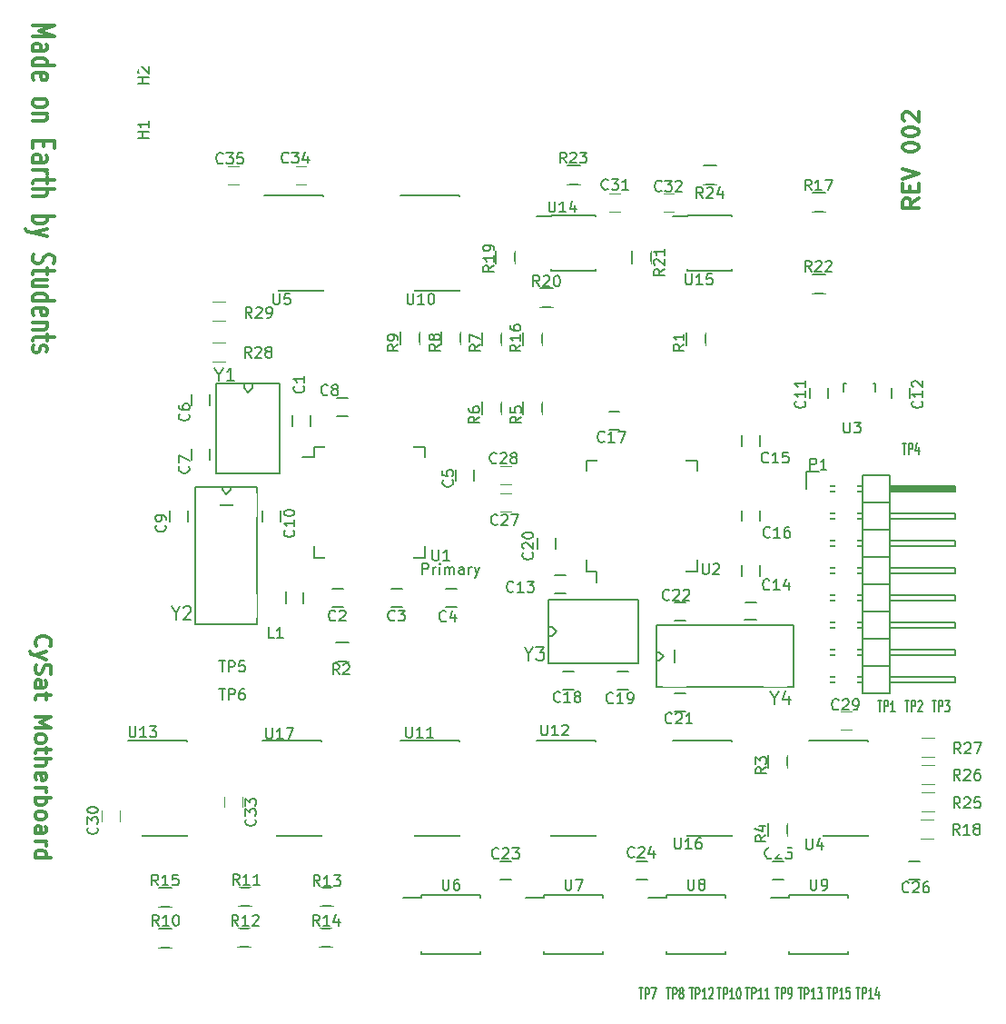
<source format=gto>
%TF.GenerationSoftware,KiCad,Pcbnew,5.0.0*%
%TF.CreationDate,2018-07-30T09:05:39-05:00*%
%TF.ProjectId,motherboard,6D6F74686572626F6172642E6B696361,rev?*%
%TF.SameCoordinates,Original*%
%TF.FileFunction,Legend,Top*%
%TF.FilePolarity,Positive*%
%FSLAX46Y46*%
G04 Gerber Fmt 4.6, Leading zero omitted, Abs format (unit mm)*
G04 Created by KiCad (PCBNEW 5.0.0) date Mon Jul 30 09:05:39 2018*
%MOMM*%
%LPD*%
G01*
G04 APERTURE LIST*
%ADD10C,0.150000*%
%ADD11C,0.300000*%
%ADD12C,0.120000*%
%ADD13R,1.900000X1.000000*%
%ADD14R,0.650000X1.400000*%
%ADD15R,1.400000X0.650000*%
%ADD16R,2.100000X1.050000*%
%ADD17R,1.950000X1.000000*%
%ADD18R,1.900000X1.700000*%
%ADD19R,1.650000X1.900000*%
%ADD20R,2.000000X1.200000*%
%ADD21R,2.300000X1.700000*%
%ADD22R,1.900000X1.650000*%
%ADD23R,1.598880X2.998420*%
%ADD24R,1.598880X3.000960*%
%ADD25R,2.998420X1.598880*%
%ADD26R,3.000960X1.598880*%
%ADD27R,1.700000X1.900000*%
%ADD28R,1.200100X2.200860*%
%ADD29R,2.200000X2.200000*%
%ADD30R,1.700000X2.300000*%
%ADD31R,2.127200X2.127200*%
%ADD32O,2.127200X2.127200*%
%ADD33R,2.100000X2.100000*%
%ADD34O,2.100000X2.100000*%
%ADD35C,6.750000*%
G04 APERTURE END LIST*
D10*
X151000152Y-100680780D02*
X151000152Y-99680780D01*
X151381104Y-99680780D01*
X151476342Y-99728400D01*
X151523961Y-99776019D01*
X151571580Y-99871257D01*
X151571580Y-100014114D01*
X151523961Y-100109352D01*
X151476342Y-100156971D01*
X151381104Y-100204590D01*
X151000152Y-100204590D01*
X152000152Y-100680780D02*
X152000152Y-100014114D01*
X152000152Y-100204590D02*
X152047771Y-100109352D01*
X152095390Y-100061733D01*
X152190628Y-100014114D01*
X152285866Y-100014114D01*
X152619200Y-100680780D02*
X152619200Y-100014114D01*
X152619200Y-99680780D02*
X152571580Y-99728400D01*
X152619200Y-99776019D01*
X152666819Y-99728400D01*
X152619200Y-99680780D01*
X152619200Y-99776019D01*
X153095390Y-100680780D02*
X153095390Y-100014114D01*
X153095390Y-100109352D02*
X153143009Y-100061733D01*
X153238247Y-100014114D01*
X153381104Y-100014114D01*
X153476342Y-100061733D01*
X153523961Y-100156971D01*
X153523961Y-100680780D01*
X153523961Y-100156971D02*
X153571580Y-100061733D01*
X153666819Y-100014114D01*
X153809676Y-100014114D01*
X153904914Y-100061733D01*
X153952533Y-100156971D01*
X153952533Y-100680780D01*
X154857295Y-100680780D02*
X154857295Y-100156971D01*
X154809676Y-100061733D01*
X154714438Y-100014114D01*
X154523961Y-100014114D01*
X154428723Y-100061733D01*
X154857295Y-100633161D02*
X154762057Y-100680780D01*
X154523961Y-100680780D01*
X154428723Y-100633161D01*
X154381104Y-100537923D01*
X154381104Y-100442685D01*
X154428723Y-100347447D01*
X154523961Y-100299828D01*
X154762057Y-100299828D01*
X154857295Y-100252209D01*
X155333485Y-100680780D02*
X155333485Y-100014114D01*
X155333485Y-100204590D02*
X155381104Y-100109352D01*
X155428723Y-100061733D01*
X155523961Y-100014114D01*
X155619200Y-100014114D01*
X155857295Y-100014114D02*
X156095390Y-100680780D01*
X156333485Y-100014114D02*
X156095390Y-100680780D01*
X156000152Y-100918876D01*
X155952533Y-100966495D01*
X155857295Y-101014114D01*
D11*
X115034285Y-107411428D02*
X114962857Y-107340000D01*
X114891428Y-107125714D01*
X114891428Y-106982857D01*
X114962857Y-106768571D01*
X115105714Y-106625714D01*
X115248571Y-106554285D01*
X115534285Y-106482857D01*
X115748571Y-106482857D01*
X116034285Y-106554285D01*
X116177142Y-106625714D01*
X116320000Y-106768571D01*
X116391428Y-106982857D01*
X116391428Y-107125714D01*
X116320000Y-107340000D01*
X116248571Y-107411428D01*
X115891428Y-107911428D02*
X114891428Y-108268571D01*
X115891428Y-108625714D02*
X114891428Y-108268571D01*
X114534285Y-108125714D01*
X114462857Y-108054285D01*
X114391428Y-107911428D01*
X114962857Y-109125714D02*
X114891428Y-109340000D01*
X114891428Y-109697142D01*
X114962857Y-109840000D01*
X115034285Y-109911428D01*
X115177142Y-109982857D01*
X115320000Y-109982857D01*
X115462857Y-109911428D01*
X115534285Y-109840000D01*
X115605714Y-109697142D01*
X115677142Y-109411428D01*
X115748571Y-109268571D01*
X115820000Y-109197142D01*
X115962857Y-109125714D01*
X116105714Y-109125714D01*
X116248571Y-109197142D01*
X116320000Y-109268571D01*
X116391428Y-109411428D01*
X116391428Y-109768571D01*
X116320000Y-109982857D01*
X114891428Y-111268571D02*
X115677142Y-111268571D01*
X115820000Y-111197142D01*
X115891428Y-111054285D01*
X115891428Y-110768571D01*
X115820000Y-110625714D01*
X114962857Y-111268571D02*
X114891428Y-111125714D01*
X114891428Y-110768571D01*
X114962857Y-110625714D01*
X115105714Y-110554285D01*
X115248571Y-110554285D01*
X115391428Y-110625714D01*
X115462857Y-110768571D01*
X115462857Y-111125714D01*
X115534285Y-111268571D01*
X115891428Y-111768571D02*
X115891428Y-112340000D01*
X116391428Y-111982857D02*
X115105714Y-111982857D01*
X114962857Y-112054285D01*
X114891428Y-112197142D01*
X114891428Y-112340000D01*
X114891428Y-113982857D02*
X116391428Y-113982857D01*
X115320000Y-114482857D01*
X116391428Y-114982857D01*
X114891428Y-114982857D01*
X114891428Y-115911428D02*
X114962857Y-115768571D01*
X115034285Y-115697142D01*
X115177142Y-115625714D01*
X115605714Y-115625714D01*
X115748571Y-115697142D01*
X115820000Y-115768571D01*
X115891428Y-115911428D01*
X115891428Y-116125714D01*
X115820000Y-116268571D01*
X115748571Y-116340000D01*
X115605714Y-116411428D01*
X115177142Y-116411428D01*
X115034285Y-116340000D01*
X114962857Y-116268571D01*
X114891428Y-116125714D01*
X114891428Y-115911428D01*
X115891428Y-116840000D02*
X115891428Y-117411428D01*
X116391428Y-117054285D02*
X115105714Y-117054285D01*
X114962857Y-117125714D01*
X114891428Y-117268571D01*
X114891428Y-117411428D01*
X114891428Y-117911428D02*
X116391428Y-117911428D01*
X114891428Y-118554285D02*
X115677142Y-118554285D01*
X115820000Y-118482857D01*
X115891428Y-118339999D01*
X115891428Y-118125714D01*
X115820000Y-117982857D01*
X115748571Y-117911428D01*
X114962857Y-119839999D02*
X114891428Y-119697142D01*
X114891428Y-119411428D01*
X114962857Y-119268571D01*
X115105714Y-119197142D01*
X115677142Y-119197142D01*
X115820000Y-119268571D01*
X115891428Y-119411428D01*
X115891428Y-119697142D01*
X115820000Y-119839999D01*
X115677142Y-119911428D01*
X115534285Y-119911428D01*
X115391428Y-119197142D01*
X114891428Y-120554285D02*
X115891428Y-120554285D01*
X115605714Y-120554285D02*
X115748571Y-120625714D01*
X115820000Y-120697142D01*
X115891428Y-120839999D01*
X115891428Y-120982857D01*
X114891428Y-121482857D02*
X116391428Y-121482857D01*
X115820000Y-121482857D02*
X115891428Y-121625714D01*
X115891428Y-121911428D01*
X115820000Y-122054285D01*
X115748571Y-122125714D01*
X115605714Y-122197142D01*
X115177142Y-122197142D01*
X115034285Y-122125714D01*
X114962857Y-122054285D01*
X114891428Y-121911428D01*
X114891428Y-121625714D01*
X114962857Y-121482857D01*
X114891428Y-123054285D02*
X114962857Y-122911428D01*
X115034285Y-122839999D01*
X115177142Y-122768571D01*
X115605714Y-122768571D01*
X115748571Y-122839999D01*
X115820000Y-122911428D01*
X115891428Y-123054285D01*
X115891428Y-123268571D01*
X115820000Y-123411428D01*
X115748571Y-123482857D01*
X115605714Y-123554285D01*
X115177142Y-123554285D01*
X115034285Y-123482857D01*
X114962857Y-123411428D01*
X114891428Y-123268571D01*
X114891428Y-123054285D01*
X114891428Y-124839999D02*
X115677142Y-124839999D01*
X115820000Y-124768571D01*
X115891428Y-124625714D01*
X115891428Y-124339999D01*
X115820000Y-124197142D01*
X114962857Y-124839999D02*
X114891428Y-124697142D01*
X114891428Y-124339999D01*
X114962857Y-124197142D01*
X115105714Y-124125714D01*
X115248571Y-124125714D01*
X115391428Y-124197142D01*
X115462857Y-124339999D01*
X115462857Y-124697142D01*
X115534285Y-124839999D01*
X114891428Y-125554285D02*
X115891428Y-125554285D01*
X115605714Y-125554285D02*
X115748571Y-125625714D01*
X115820000Y-125697142D01*
X115891428Y-125839999D01*
X115891428Y-125982857D01*
X114891428Y-127125714D02*
X116391428Y-127125714D01*
X114962857Y-127125714D02*
X114891428Y-126982857D01*
X114891428Y-126697142D01*
X114962857Y-126554285D01*
X115034285Y-126482857D01*
X115177142Y-126411428D01*
X115605714Y-126411428D01*
X115748571Y-126482857D01*
X115820000Y-126554285D01*
X115891428Y-126697142D01*
X115891428Y-126982857D01*
X115820000Y-127125714D01*
X114665238Y-49591428D02*
X116665238Y-49591428D01*
X115236666Y-50091428D01*
X116665238Y-50591428D01*
X114665238Y-50591428D01*
X114665238Y-51948571D02*
X115712857Y-51948571D01*
X115903333Y-51877142D01*
X115998571Y-51734285D01*
X115998571Y-51448571D01*
X115903333Y-51305714D01*
X114760476Y-51948571D02*
X114665238Y-51805714D01*
X114665238Y-51448571D01*
X114760476Y-51305714D01*
X114950952Y-51234285D01*
X115141428Y-51234285D01*
X115331904Y-51305714D01*
X115427142Y-51448571D01*
X115427142Y-51805714D01*
X115522380Y-51948571D01*
X114665238Y-53305714D02*
X116665238Y-53305714D01*
X114760476Y-53305714D02*
X114665238Y-53162857D01*
X114665238Y-52877142D01*
X114760476Y-52734285D01*
X114855714Y-52662857D01*
X115046190Y-52591428D01*
X115617619Y-52591428D01*
X115808095Y-52662857D01*
X115903333Y-52734285D01*
X115998571Y-52877142D01*
X115998571Y-53162857D01*
X115903333Y-53305714D01*
X114760476Y-54591428D02*
X114665238Y-54448571D01*
X114665238Y-54162857D01*
X114760476Y-54020000D01*
X114950952Y-53948571D01*
X115712857Y-53948571D01*
X115903333Y-54020000D01*
X115998571Y-54162857D01*
X115998571Y-54448571D01*
X115903333Y-54591428D01*
X115712857Y-54662857D01*
X115522380Y-54662857D01*
X115331904Y-53948571D01*
X114665238Y-56662857D02*
X114760476Y-56520000D01*
X114855714Y-56448571D01*
X115046190Y-56377142D01*
X115617619Y-56377142D01*
X115808095Y-56448571D01*
X115903333Y-56520000D01*
X115998571Y-56662857D01*
X115998571Y-56877142D01*
X115903333Y-57020000D01*
X115808095Y-57091428D01*
X115617619Y-57162857D01*
X115046190Y-57162857D01*
X114855714Y-57091428D01*
X114760476Y-57020000D01*
X114665238Y-56877142D01*
X114665238Y-56662857D01*
X115998571Y-57805714D02*
X114665238Y-57805714D01*
X115808095Y-57805714D02*
X115903333Y-57877142D01*
X115998571Y-58020000D01*
X115998571Y-58234285D01*
X115903333Y-58377142D01*
X115712857Y-58448571D01*
X114665238Y-58448571D01*
X115712857Y-60305714D02*
X115712857Y-60805714D01*
X114665238Y-61020000D02*
X114665238Y-60305714D01*
X116665238Y-60305714D01*
X116665238Y-61020000D01*
X114665238Y-62305714D02*
X115712857Y-62305714D01*
X115903333Y-62234285D01*
X115998571Y-62091428D01*
X115998571Y-61805714D01*
X115903333Y-61662857D01*
X114760476Y-62305714D02*
X114665238Y-62162857D01*
X114665238Y-61805714D01*
X114760476Y-61662857D01*
X114950952Y-61591428D01*
X115141428Y-61591428D01*
X115331904Y-61662857D01*
X115427142Y-61805714D01*
X115427142Y-62162857D01*
X115522380Y-62305714D01*
X114665238Y-63020000D02*
X115998571Y-63020000D01*
X115617619Y-63020000D02*
X115808095Y-63091428D01*
X115903333Y-63162857D01*
X115998571Y-63305714D01*
X115998571Y-63448571D01*
X115998571Y-63734285D02*
X115998571Y-64305714D01*
X116665238Y-63948571D02*
X114950952Y-63948571D01*
X114760476Y-64020000D01*
X114665238Y-64162857D01*
X114665238Y-64305714D01*
X114665238Y-64805714D02*
X116665238Y-64805714D01*
X114665238Y-65448571D02*
X115712857Y-65448571D01*
X115903333Y-65377142D01*
X115998571Y-65234285D01*
X115998571Y-65020000D01*
X115903333Y-64877142D01*
X115808095Y-64805714D01*
X114665238Y-67305714D02*
X116665238Y-67305714D01*
X115903333Y-67305714D02*
X115998571Y-67448571D01*
X115998571Y-67734285D01*
X115903333Y-67877142D01*
X115808095Y-67948571D01*
X115617619Y-68020000D01*
X115046190Y-68020000D01*
X114855714Y-67948571D01*
X114760476Y-67877142D01*
X114665238Y-67734285D01*
X114665238Y-67448571D01*
X114760476Y-67305714D01*
X115998571Y-68520000D02*
X114665238Y-68877142D01*
X115998571Y-69234285D02*
X114665238Y-68877142D01*
X114189047Y-68734285D01*
X114093809Y-68662857D01*
X113998571Y-68520000D01*
X114760476Y-70877142D02*
X114665238Y-71091428D01*
X114665238Y-71448571D01*
X114760476Y-71591428D01*
X114855714Y-71662857D01*
X115046190Y-71734285D01*
X115236666Y-71734285D01*
X115427142Y-71662857D01*
X115522380Y-71591428D01*
X115617619Y-71448571D01*
X115712857Y-71162857D01*
X115808095Y-71020000D01*
X115903333Y-70948571D01*
X116093809Y-70877142D01*
X116284285Y-70877142D01*
X116474761Y-70948571D01*
X116570000Y-71020000D01*
X116665238Y-71162857D01*
X116665238Y-71520000D01*
X116570000Y-71734285D01*
X115998571Y-72162857D02*
X115998571Y-72734285D01*
X116665238Y-72377142D02*
X114950952Y-72377142D01*
X114760476Y-72448571D01*
X114665238Y-72591428D01*
X114665238Y-72734285D01*
X115998571Y-73877142D02*
X114665238Y-73877142D01*
X115998571Y-73234285D02*
X114950952Y-73234285D01*
X114760476Y-73305714D01*
X114665238Y-73448571D01*
X114665238Y-73662857D01*
X114760476Y-73805714D01*
X114855714Y-73877142D01*
X114665238Y-75234285D02*
X116665238Y-75234285D01*
X114760476Y-75234285D02*
X114665238Y-75091428D01*
X114665238Y-74805714D01*
X114760476Y-74662857D01*
X114855714Y-74591428D01*
X115046190Y-74520000D01*
X115617619Y-74520000D01*
X115808095Y-74591428D01*
X115903333Y-74662857D01*
X115998571Y-74805714D01*
X115998571Y-75091428D01*
X115903333Y-75234285D01*
X114760476Y-76520000D02*
X114665238Y-76377142D01*
X114665238Y-76091428D01*
X114760476Y-75948571D01*
X114950952Y-75877142D01*
X115712857Y-75877142D01*
X115903333Y-75948571D01*
X115998571Y-76091428D01*
X115998571Y-76377142D01*
X115903333Y-76520000D01*
X115712857Y-76591428D01*
X115522380Y-76591428D01*
X115331904Y-75877142D01*
X115998571Y-77234285D02*
X114665238Y-77234285D01*
X115808095Y-77234285D02*
X115903333Y-77305714D01*
X115998571Y-77448571D01*
X115998571Y-77662857D01*
X115903333Y-77805714D01*
X115712857Y-77877142D01*
X114665238Y-77877142D01*
X115998571Y-78377142D02*
X115998571Y-78948571D01*
X116665238Y-78591428D02*
X114950952Y-78591428D01*
X114760476Y-78662857D01*
X114665238Y-78805714D01*
X114665238Y-78948571D01*
X114760476Y-79377142D02*
X114665238Y-79520000D01*
X114665238Y-79805714D01*
X114760476Y-79948571D01*
X114950952Y-80020000D01*
X115046190Y-80020000D01*
X115236666Y-79948571D01*
X115331904Y-79805714D01*
X115331904Y-79591428D01*
X115427142Y-79448571D01*
X115617619Y-79377142D01*
X115712857Y-79377142D01*
X115903333Y-79448571D01*
X115998571Y-79591428D01*
X115998571Y-79805714D01*
X115903333Y-79948571D01*
X197274571Y-65674428D02*
X196560285Y-66174428D01*
X197274571Y-66531571D02*
X195774571Y-66531571D01*
X195774571Y-65960142D01*
X195846000Y-65817285D01*
X195917428Y-65745857D01*
X196060285Y-65674428D01*
X196274571Y-65674428D01*
X196417428Y-65745857D01*
X196488857Y-65817285D01*
X196560285Y-65960142D01*
X196560285Y-66531571D01*
X196488857Y-65031571D02*
X196488857Y-64531571D01*
X197274571Y-64317285D02*
X197274571Y-65031571D01*
X195774571Y-65031571D01*
X195774571Y-64317285D01*
X195774571Y-63888714D02*
X197274571Y-63388714D01*
X195774571Y-62888714D01*
X195774571Y-60960142D02*
X195774571Y-60817285D01*
X195846000Y-60674428D01*
X195917428Y-60603000D01*
X196060285Y-60531571D01*
X196346000Y-60460142D01*
X196703142Y-60460142D01*
X196988857Y-60531571D01*
X197131714Y-60603000D01*
X197203142Y-60674428D01*
X197274571Y-60817285D01*
X197274571Y-60960142D01*
X197203142Y-61103000D01*
X197131714Y-61174428D01*
X196988857Y-61245857D01*
X196703142Y-61317285D01*
X196346000Y-61317285D01*
X196060285Y-61245857D01*
X195917428Y-61174428D01*
X195846000Y-61103000D01*
X195774571Y-60960142D01*
X195774571Y-59531571D02*
X195774571Y-59388714D01*
X195846000Y-59245857D01*
X195917428Y-59174428D01*
X196060285Y-59103000D01*
X196346000Y-59031571D01*
X196703142Y-59031571D01*
X196988857Y-59103000D01*
X197131714Y-59174428D01*
X197203142Y-59245857D01*
X197274571Y-59388714D01*
X197274571Y-59531571D01*
X197203142Y-59674428D01*
X197131714Y-59745857D01*
X196988857Y-59817285D01*
X196703142Y-59888714D01*
X196346000Y-59888714D01*
X196060285Y-59817285D01*
X195917428Y-59745857D01*
X195846000Y-59674428D01*
X195774571Y-59531571D01*
X195917428Y-58460142D02*
X195846000Y-58388714D01*
X195774571Y-58245857D01*
X195774571Y-57888714D01*
X195846000Y-57745857D01*
X195917428Y-57674428D01*
X196060285Y-57603000D01*
X196203142Y-57603000D01*
X196417428Y-57674428D01*
X197274571Y-58531571D01*
X197274571Y-57603000D01*
D10*
X163025000Y-116200000D02*
X163025000Y-116225000D01*
X167175000Y-116200000D02*
X167175000Y-116315000D01*
X167175000Y-125100000D02*
X167175000Y-124985000D01*
X163025000Y-125100000D02*
X163025000Y-124985000D01*
X163025000Y-116200000D02*
X167175000Y-116200000D01*
X163025000Y-125100000D02*
X167175000Y-125100000D01*
X163025000Y-116225000D02*
X161650000Y-116225000D01*
X166275000Y-100425000D02*
X167275000Y-100425000D01*
X166275000Y-90075000D02*
X167350000Y-90075000D01*
X176625000Y-90075000D02*
X175550000Y-90075000D01*
X176625000Y-100425000D02*
X175550000Y-100425000D01*
X166275000Y-100425000D02*
X166275000Y-99350000D01*
X176625000Y-100425000D02*
X176625000Y-99350000D01*
X176625000Y-90075000D02*
X176625000Y-91150000D01*
X166275000Y-90075000D02*
X166275000Y-91150000D01*
X167275000Y-100425000D02*
X167275000Y-101450000D01*
X137465000Y-116200000D02*
X137465000Y-116225000D01*
X141615000Y-116200000D02*
X141615000Y-116315000D01*
X141615000Y-125100000D02*
X141615000Y-124985000D01*
X137465000Y-125100000D02*
X137465000Y-124985000D01*
X137465000Y-116200000D02*
X141615000Y-116200000D01*
X137465000Y-125100000D02*
X141615000Y-125100000D01*
X137465000Y-116225000D02*
X136090000Y-116225000D01*
X185210000Y-130595000D02*
X185210000Y-130800000D01*
X190710000Y-130595000D02*
X190710000Y-130895000D01*
X190710000Y-136105000D02*
X190710000Y-135805000D01*
X185210000Y-136105000D02*
X185210000Y-135805000D01*
X185210000Y-130595000D02*
X190710000Y-130595000D01*
X185210000Y-136105000D02*
X190710000Y-136105000D01*
X185210000Y-130800000D02*
X183460000Y-130800000D01*
X175725000Y-67275000D02*
X175725000Y-67325000D01*
X179875000Y-67275000D02*
X179875000Y-67420000D01*
X179875000Y-72425000D02*
X179875000Y-72280000D01*
X175725000Y-72425000D02*
X175725000Y-72280000D01*
X175725000Y-67275000D02*
X179875000Y-67275000D01*
X175725000Y-72425000D02*
X179875000Y-72425000D01*
X175725000Y-67325000D02*
X174325000Y-67325000D01*
X163025000Y-67275000D02*
X163025000Y-67325000D01*
X167175000Y-67275000D02*
X167175000Y-67420000D01*
X167175000Y-72425000D02*
X167175000Y-72280000D01*
X163025000Y-72425000D02*
X163025000Y-72280000D01*
X163025000Y-67275000D02*
X167175000Y-67275000D01*
X163025000Y-72425000D02*
X167175000Y-72425000D01*
X163025000Y-67325000D02*
X161625000Y-67325000D01*
X150325000Y-65400000D02*
X150325000Y-65425000D01*
X154475000Y-65400000D02*
X154475000Y-65515000D01*
X154475000Y-74300000D02*
X154475000Y-74185000D01*
X150325000Y-74300000D02*
X150325000Y-74185000D01*
X150325000Y-65400000D02*
X154475000Y-65400000D01*
X150325000Y-74300000D02*
X154475000Y-74300000D01*
X150325000Y-65425000D02*
X148950000Y-65425000D01*
X140875000Y-88805000D02*
X140875000Y-89805000D01*
X151225000Y-88805000D02*
X151225000Y-89880000D01*
X151225000Y-99155000D02*
X151225000Y-98080000D01*
X140875000Y-99155000D02*
X140875000Y-98080000D01*
X140875000Y-88805000D02*
X141950000Y-88805000D01*
X140875000Y-99155000D02*
X141950000Y-99155000D01*
X151225000Y-99155000D02*
X150150000Y-99155000D01*
X151225000Y-88805000D02*
X150150000Y-88805000D01*
X140875000Y-89805000D02*
X139850000Y-89805000D01*
X188560000Y-74535000D02*
X187360000Y-74535000D01*
X187360000Y-72785000D02*
X188560000Y-72785000D01*
X127420000Y-94750000D02*
X127420000Y-95750000D01*
X129120000Y-95750000D02*
X129120000Y-94750000D01*
X134347000Y-83322000D02*
X134347000Y-82922000D01*
X134747000Y-83722000D02*
X134347000Y-83322000D01*
X135147000Y-83322000D02*
X134747000Y-83722000D01*
X135147000Y-82922000D02*
X135147000Y-83322000D01*
X137697000Y-82922000D02*
X136647000Y-82922000D01*
X137697000Y-83922000D02*
X137697000Y-82922000D01*
X136697000Y-82922000D02*
X131797000Y-82922000D01*
X131797000Y-82922000D02*
X131797000Y-91322000D01*
X131797000Y-91322000D02*
X137697000Y-91322000D01*
X137697000Y-91322000D02*
X137697000Y-83922000D01*
X170950000Y-129120000D02*
X171950000Y-129120000D01*
X171950000Y-127420000D02*
X170950000Y-127420000D01*
X140550000Y-86860000D02*
X140550000Y-85860000D01*
X138850000Y-85860000D02*
X138850000Y-86860000D01*
X143629000Y-102020000D02*
X142629000Y-102020000D01*
X142629000Y-103720000D02*
X143629000Y-103720000D01*
X148090000Y-103720000D02*
X149090000Y-103720000D01*
X149090000Y-102020000D02*
X148090000Y-102020000D01*
X153170000Y-103720000D02*
X154170000Y-103720000D01*
X154170000Y-102020000D02*
X153170000Y-102020000D01*
X154090000Y-90940000D02*
X154090000Y-91940000D01*
X155790000Y-91940000D02*
X155790000Y-90940000D01*
X129452000Y-83955000D02*
X129452000Y-84955000D01*
X131152000Y-84955000D02*
X131152000Y-83955000D01*
X131152000Y-90035000D02*
X131152000Y-89035000D01*
X129452000Y-89035000D02*
X129452000Y-90035000D01*
X143010000Y-85940000D02*
X144010000Y-85940000D01*
X144010000Y-84240000D02*
X143010000Y-84240000D01*
X136056000Y-94750000D02*
X136056000Y-95750000D01*
X137756000Y-95750000D02*
X137756000Y-94750000D01*
X187110000Y-83300000D02*
X187110000Y-84300000D01*
X188810000Y-84300000D02*
X188810000Y-83300000D01*
X194730000Y-83300000D02*
X194730000Y-84300000D01*
X196430000Y-84300000D02*
X196430000Y-83300000D01*
X164330000Y-100750000D02*
X163330000Y-100750000D01*
X163330000Y-102450000D02*
X164330000Y-102450000D01*
X180760000Y-99830000D02*
X180760000Y-100830000D01*
X182460000Y-100830000D02*
X182460000Y-99830000D01*
X182460000Y-88765000D02*
X182460000Y-87765000D01*
X180760000Y-87765000D02*
X180760000Y-88765000D01*
X180760000Y-94730000D02*
X180760000Y-95730000D01*
X182460000Y-95730000D02*
X182460000Y-94730000D01*
X168390000Y-87210000D02*
X169390000Y-87210000D01*
X169390000Y-85510000D02*
X168390000Y-85510000D01*
X164092000Y-111467000D02*
X165092000Y-111467000D01*
X165092000Y-109767000D02*
X164092000Y-109767000D01*
X170172000Y-109767000D02*
X169172000Y-109767000D01*
X169172000Y-111467000D02*
X170172000Y-111467000D01*
X163410000Y-98310000D02*
X163410000Y-97310000D01*
X161710000Y-97310000D02*
X161710000Y-98310000D01*
X174506000Y-113499000D02*
X175506000Y-113499000D01*
X175506000Y-111799000D02*
X174506000Y-111799000D01*
X174506000Y-104990000D02*
X175506000Y-104990000D01*
X175506000Y-103290000D02*
X174506000Y-103290000D01*
X158250000Y-129120000D02*
X159250000Y-129120000D01*
X159250000Y-127420000D02*
X158250000Y-127420000D01*
X183650000Y-129120000D02*
X184650000Y-129120000D01*
X184650000Y-127420000D02*
X183650000Y-127420000D01*
X196350000Y-129120000D02*
X197350000Y-129120000D01*
X197350000Y-127420000D02*
X196350000Y-127420000D01*
X138264900Y-102318820D02*
X138264900Y-103370380D01*
X139865100Y-103421180D02*
X139865100Y-102369620D01*
X181058820Y-104940100D02*
X182110380Y-104940100D01*
X182161180Y-103339900D02*
X181109620Y-103339900D01*
X177405000Y-78140000D02*
X177405000Y-79340000D01*
X175655000Y-79340000D02*
X175655000Y-78140000D01*
X142910000Y-107075000D02*
X144110000Y-107075000D01*
X144110000Y-108825000D02*
X142910000Y-108825000D01*
X185025000Y-117510000D02*
X185025000Y-118710000D01*
X183275000Y-118710000D02*
X183275000Y-117510000D01*
X185025000Y-123860000D02*
X185025000Y-125060000D01*
X183275000Y-125060000D02*
X183275000Y-123860000D01*
X162165000Y-84570000D02*
X162165000Y-85770000D01*
X160415000Y-85770000D02*
X160415000Y-84570000D01*
X158355000Y-84570000D02*
X158355000Y-85770000D01*
X156605000Y-85770000D02*
X156605000Y-84570000D01*
X158355000Y-78140000D02*
X158355000Y-79340000D01*
X156605000Y-79340000D02*
X156605000Y-78140000D01*
X154545000Y-78060000D02*
X154545000Y-79260000D01*
X152795000Y-79260000D02*
X152795000Y-78060000D01*
X150735000Y-78060000D02*
X150735000Y-79260000D01*
X148985000Y-79260000D02*
X148985000Y-78060000D01*
X127600000Y-135495000D02*
X126400000Y-135495000D01*
X126400000Y-133745000D02*
X127600000Y-133745000D01*
X135087137Y-131633947D02*
X133887137Y-131633947D01*
X133887137Y-129883947D02*
X135087137Y-129883947D01*
X135007137Y-135443947D02*
X133807137Y-135443947D01*
X133807137Y-133693947D02*
X135007137Y-133693947D01*
X142707137Y-131633947D02*
X141507137Y-131633947D01*
X141507137Y-129883947D02*
X142707137Y-129883947D01*
X142627137Y-135443947D02*
X141427137Y-135443947D01*
X141427137Y-133693947D02*
X142627137Y-133693947D01*
X127600000Y-131685000D02*
X126400000Y-131685000D01*
X126400000Y-129935000D02*
X127600000Y-129935000D01*
X162165000Y-78140000D02*
X162165000Y-79340000D01*
X160415000Y-79340000D02*
X160415000Y-78140000D01*
X188560000Y-66915000D02*
X187360000Y-66915000D01*
X187360000Y-65165000D02*
X188560000Y-65165000D01*
X157875000Y-71720000D02*
X157875000Y-70520000D01*
X159625000Y-70520000D02*
X159625000Y-71720000D01*
X163160000Y-75805000D02*
X161960000Y-75805000D01*
X161960000Y-74055000D02*
X163160000Y-74055000D01*
X170575000Y-71720000D02*
X170575000Y-70520000D01*
X172325000Y-70520000D02*
X172325000Y-71720000D01*
X165700000Y-64375000D02*
X164500000Y-64375000D01*
X164500000Y-62625000D02*
X165700000Y-62625000D01*
X177200000Y-62625000D02*
X178400000Y-62625000D01*
X178400000Y-64375000D02*
X177200000Y-64375000D01*
X190270180Y-83639660D02*
X190270180Y-82938620D01*
X190270180Y-82938620D02*
X190519100Y-82938620D01*
X193069160Y-82938620D02*
X193269820Y-82938620D01*
X193269820Y-82938620D02*
X193269820Y-83639660D01*
X188425000Y-116200000D02*
X188425000Y-116225000D01*
X192575000Y-116200000D02*
X192575000Y-116315000D01*
X192575000Y-125100000D02*
X192575000Y-124985000D01*
X188425000Y-125100000D02*
X188425000Y-124985000D01*
X188425000Y-116200000D02*
X192575000Y-116200000D01*
X188425000Y-125100000D02*
X192575000Y-125100000D01*
X188425000Y-116225000D02*
X187050000Y-116225000D01*
X137625000Y-65400000D02*
X137625000Y-65425000D01*
X141775000Y-65400000D02*
X141775000Y-65515000D01*
X141775000Y-74300000D02*
X141775000Y-74185000D01*
X137625000Y-74300000D02*
X137625000Y-74185000D01*
X137625000Y-65400000D02*
X141775000Y-65400000D01*
X137625000Y-74300000D02*
X141775000Y-74300000D01*
X137625000Y-65425000D02*
X136250000Y-65425000D01*
X150325000Y-116200000D02*
X150325000Y-116225000D01*
X154475000Y-116200000D02*
X154475000Y-116315000D01*
X154475000Y-125100000D02*
X154475000Y-124985000D01*
X150325000Y-125100000D02*
X150325000Y-124985000D01*
X150325000Y-116200000D02*
X154475000Y-116200000D01*
X150325000Y-125100000D02*
X154475000Y-125100000D01*
X150325000Y-116225000D02*
X148950000Y-116225000D01*
X124925000Y-116200000D02*
X124925000Y-116225000D01*
X129075000Y-116200000D02*
X129075000Y-116315000D01*
X129075000Y-125100000D02*
X129075000Y-124985000D01*
X124925000Y-125100000D02*
X124925000Y-124985000D01*
X124925000Y-116200000D02*
X129075000Y-116200000D01*
X124925000Y-125100000D02*
X129075000Y-125100000D01*
X124925000Y-116225000D02*
X123550000Y-116225000D01*
X175725000Y-116200000D02*
X175725000Y-116225000D01*
X179875000Y-116200000D02*
X179875000Y-116315000D01*
X179875000Y-125100000D02*
X179875000Y-124985000D01*
X175725000Y-125100000D02*
X175725000Y-124985000D01*
X175725000Y-116200000D02*
X179875000Y-116200000D01*
X175725000Y-125100000D02*
X179875000Y-125100000D01*
X175725000Y-116225000D02*
X174350000Y-116225000D01*
X132015000Y-94233000D02*
X133415000Y-94233000D01*
X132715000Y-93233000D02*
X133115000Y-92833000D01*
X133015000Y-92933000D02*
X132715000Y-93233000D01*
X132315000Y-92833000D02*
X132715000Y-93233000D01*
X132315000Y-92833000D02*
X132315000Y-92533000D01*
X133115000Y-92533000D02*
X133115000Y-92833000D01*
X135615000Y-92533000D02*
X135615000Y-93633000D01*
X134615000Y-92533000D02*
X135615000Y-92533000D01*
X134615000Y-92533000D02*
X129815000Y-92533000D01*
X129815000Y-92533000D02*
X129815000Y-105333000D01*
X129815000Y-105333000D02*
X135615000Y-105333000D01*
X135615000Y-105333000D02*
X135615000Y-93533000D01*
X163122000Y-106417000D02*
X162722000Y-106417000D01*
X163522000Y-106017000D02*
X163122000Y-106417000D01*
X163122000Y-105617000D02*
X163522000Y-106017000D01*
X162722000Y-105617000D02*
X163122000Y-105617000D01*
X162722000Y-103067000D02*
X162722000Y-104117000D01*
X163722000Y-103067000D02*
X162722000Y-103067000D01*
X162722000Y-104067000D02*
X162722000Y-108967000D01*
X162722000Y-108967000D02*
X171122000Y-108967000D01*
X171122000Y-108967000D02*
X171122000Y-103067000D01*
X171122000Y-103067000D02*
X163722000Y-103067000D01*
X174497000Y-109031000D02*
X174497000Y-107631000D01*
X173497000Y-108331000D02*
X173097000Y-107931000D01*
X173197000Y-108031000D02*
X173497000Y-108331000D01*
X173097000Y-108731000D02*
X173497000Y-108331000D01*
X173097000Y-108731000D02*
X172797000Y-108731000D01*
X172797000Y-107931000D02*
X173097000Y-107931000D01*
X172797000Y-105431000D02*
X173897000Y-105431000D01*
X172797000Y-106431000D02*
X172797000Y-105431000D01*
X172797000Y-106431000D02*
X172797000Y-111231000D01*
X172797000Y-111231000D02*
X185597000Y-111231000D01*
X185597000Y-111231000D02*
X185597000Y-105431000D01*
X185597000Y-105431000D02*
X173797000Y-105431000D01*
X189484000Y-110744000D02*
X188976000Y-110744000D01*
X189484000Y-110236000D02*
X188976000Y-110236000D01*
X189484000Y-105156000D02*
X188976000Y-105156000D01*
X189484000Y-105664000D02*
X188976000Y-105664000D01*
X189484000Y-107696000D02*
X188976000Y-107696000D01*
X189484000Y-108204000D02*
X188976000Y-108204000D01*
X189484000Y-103124000D02*
X188976000Y-103124000D01*
X189484000Y-102616000D02*
X188976000Y-102616000D01*
X189484000Y-100584000D02*
X188976000Y-100584000D01*
X189484000Y-100076000D02*
X188976000Y-100076000D01*
X189484000Y-92456000D02*
X188976000Y-92456000D01*
X189484000Y-92964000D02*
X188976000Y-92964000D01*
X189484000Y-98044000D02*
X188976000Y-98044000D01*
X189484000Y-97536000D02*
X188976000Y-97536000D01*
X189484000Y-95504000D02*
X188976000Y-95504000D01*
X189484000Y-94996000D02*
X188976000Y-94996000D01*
X192024000Y-107696000D02*
X191516000Y-107696000D01*
X192024000Y-108204000D02*
X191516000Y-108204000D01*
X192024000Y-110236000D02*
X191516000Y-110236000D01*
X192024000Y-110744000D02*
X191516000Y-110744000D01*
X192024000Y-105664000D02*
X191516000Y-105664000D01*
X192024000Y-105156000D02*
X191516000Y-105156000D01*
X192024000Y-103124000D02*
X191516000Y-103124000D01*
X192024000Y-102616000D02*
X191516000Y-102616000D01*
X192024000Y-92456000D02*
X191516000Y-92456000D01*
X192024000Y-92964000D02*
X191516000Y-92964000D01*
X192024000Y-94996000D02*
X191516000Y-94996000D01*
X192024000Y-95504000D02*
X191516000Y-95504000D01*
X192024000Y-100584000D02*
X191516000Y-100584000D01*
X192024000Y-100076000D02*
X191516000Y-100076000D01*
X192024000Y-98044000D02*
X191516000Y-98044000D01*
X192024000Y-97536000D02*
X191516000Y-97536000D01*
X187960000Y-91160000D02*
X186810000Y-91160000D01*
X186810000Y-91160000D02*
X186810000Y-92710000D01*
X194564000Y-92583000D02*
X200533000Y-92583000D01*
X200533000Y-92583000D02*
X200533000Y-92837000D01*
X200533000Y-92837000D02*
X194691000Y-92837000D01*
X194691000Y-92837000D02*
X194691000Y-92710000D01*
X194691000Y-92710000D02*
X200533000Y-92710000D01*
X192024000Y-101600000D02*
X194564000Y-101600000D01*
X192024000Y-101600000D02*
X192024000Y-104140000D01*
X192024000Y-104140000D02*
X194564000Y-104140000D01*
X194564000Y-102616000D02*
X200660000Y-102616000D01*
X200660000Y-102616000D02*
X200660000Y-103124000D01*
X200660000Y-103124000D02*
X194564000Y-103124000D01*
X194564000Y-104140000D02*
X194564000Y-101600000D01*
X194564000Y-106680000D02*
X194564000Y-104140000D01*
X200660000Y-105664000D02*
X194564000Y-105664000D01*
X200660000Y-105156000D02*
X200660000Y-105664000D01*
X194564000Y-105156000D02*
X200660000Y-105156000D01*
X192024000Y-106680000D02*
X194564000Y-106680000D01*
X192024000Y-104140000D02*
X192024000Y-106680000D01*
X192024000Y-104140000D02*
X194564000Y-104140000D01*
X192024000Y-109220000D02*
X194564000Y-109220000D01*
X192024000Y-109220000D02*
X192024000Y-111760000D01*
X192024000Y-111760000D02*
X194564000Y-111760000D01*
X194564000Y-110236000D02*
X200660000Y-110236000D01*
X200660000Y-110236000D02*
X200660000Y-110744000D01*
X200660000Y-110744000D02*
X194564000Y-110744000D01*
X194564000Y-111760000D02*
X194564000Y-109220000D01*
X194564000Y-109220000D02*
X194564000Y-106680000D01*
X200660000Y-108204000D02*
X194564000Y-108204000D01*
X200660000Y-107696000D02*
X200660000Y-108204000D01*
X194564000Y-107696000D02*
X200660000Y-107696000D01*
X192024000Y-109220000D02*
X194564000Y-109220000D01*
X192024000Y-106680000D02*
X192024000Y-109220000D01*
X192024000Y-106680000D02*
X194564000Y-106680000D01*
X192024000Y-96520000D02*
X194564000Y-96520000D01*
X192024000Y-96520000D02*
X192024000Y-99060000D01*
X192024000Y-99060000D02*
X194564000Y-99060000D01*
X194564000Y-97536000D02*
X200660000Y-97536000D01*
X200660000Y-97536000D02*
X200660000Y-98044000D01*
X200660000Y-98044000D02*
X194564000Y-98044000D01*
X194564000Y-99060000D02*
X194564000Y-96520000D01*
X194564000Y-101600000D02*
X194564000Y-99060000D01*
X200660000Y-100584000D02*
X194564000Y-100584000D01*
X200660000Y-100076000D02*
X200660000Y-100584000D01*
X194564000Y-100076000D02*
X200660000Y-100076000D01*
X192024000Y-101600000D02*
X194564000Y-101600000D01*
X192024000Y-99060000D02*
X192024000Y-101600000D01*
X192024000Y-99060000D02*
X194564000Y-99060000D01*
X192024000Y-93980000D02*
X194564000Y-93980000D01*
X192024000Y-93980000D02*
X192024000Y-96520000D01*
X192024000Y-96520000D02*
X194564000Y-96520000D01*
X194564000Y-94996000D02*
X200660000Y-94996000D01*
X200660000Y-94996000D02*
X200660000Y-95504000D01*
X200660000Y-95504000D02*
X194564000Y-95504000D01*
X194564000Y-96520000D02*
X194564000Y-93980000D01*
X194564000Y-93980000D02*
X194564000Y-91440000D01*
X200660000Y-92964000D02*
X194564000Y-92964000D01*
X200660000Y-92456000D02*
X200660000Y-92964000D01*
X194564000Y-92456000D02*
X200660000Y-92456000D01*
X192024000Y-93980000D02*
X194564000Y-93980000D01*
X192024000Y-91440000D02*
X192024000Y-93980000D01*
X192024000Y-91440000D02*
X194564000Y-91440000D01*
D12*
X158270000Y-92290000D02*
X159270000Y-92290000D01*
X159270000Y-90590000D02*
X158270000Y-90590000D01*
X159270000Y-93130000D02*
X158270000Y-93130000D01*
X158270000Y-94830000D02*
X159270000Y-94830000D01*
X190020000Y-115150000D02*
X191020000Y-115150000D01*
X191020000Y-113450000D02*
X190020000Y-113450000D01*
X122770000Y-123710000D02*
X122770000Y-122710000D01*
X121070000Y-122710000D02*
X121070000Y-123710000D01*
X169410000Y-65190000D02*
X168410000Y-65190000D01*
X168410000Y-66890000D02*
X169410000Y-66890000D01*
X173470000Y-66890000D02*
X174470000Y-66890000D01*
X174470000Y-65190000D02*
X173470000Y-65190000D01*
X134200000Y-122400000D02*
X134200000Y-121400000D01*
X132500000Y-121400000D02*
X132500000Y-122400000D01*
X198640000Y-125340000D02*
X197440000Y-125340000D01*
X197440000Y-123580000D02*
X198640000Y-123580000D01*
X198720000Y-122800000D02*
X197520000Y-122800000D01*
X197520000Y-121040000D02*
X198720000Y-121040000D01*
X198720000Y-120260000D02*
X197520000Y-120260000D01*
X197520000Y-118500000D02*
X198720000Y-118500000D01*
X198720000Y-117720000D02*
X197520000Y-117720000D01*
X197520000Y-115960000D02*
X198720000Y-115960000D01*
X132600000Y-80890000D02*
X131400000Y-80890000D01*
X131400000Y-79130000D02*
X132600000Y-79130000D01*
X132600000Y-77080000D02*
X131400000Y-77080000D01*
X131400000Y-75320000D02*
X132600000Y-75320000D01*
X139180000Y-64350000D02*
X140180000Y-64350000D01*
X140180000Y-62650000D02*
X139180000Y-62650000D01*
X133870000Y-62650000D02*
X132870000Y-62650000D01*
X132870000Y-64350000D02*
X133870000Y-64350000D01*
D10*
X150920000Y-130595000D02*
X150920000Y-130800000D01*
X156420000Y-130595000D02*
X156420000Y-130895000D01*
X156420000Y-136105000D02*
X156420000Y-135805000D01*
X150920000Y-136105000D02*
X150920000Y-135805000D01*
X150920000Y-130595000D02*
X156420000Y-130595000D01*
X150920000Y-136105000D02*
X156420000Y-136105000D01*
X150920000Y-130800000D02*
X149170000Y-130800000D01*
X162350000Y-130595000D02*
X162350000Y-130800000D01*
X167850000Y-130595000D02*
X167850000Y-130895000D01*
X167850000Y-136105000D02*
X167850000Y-135805000D01*
X162350000Y-136105000D02*
X162350000Y-135805000D01*
X162350000Y-130595000D02*
X167850000Y-130595000D01*
X162350000Y-136105000D02*
X167850000Y-136105000D01*
X162350000Y-130800000D02*
X160600000Y-130800000D01*
X173780000Y-130595000D02*
X173780000Y-130800000D01*
X179280000Y-130595000D02*
X179280000Y-130895000D01*
X179280000Y-136105000D02*
X179280000Y-135805000D01*
X173780000Y-136105000D02*
X173780000Y-135805000D01*
X173780000Y-130595000D02*
X179280000Y-130595000D01*
X173780000Y-136105000D02*
X179280000Y-136105000D01*
X173780000Y-130800000D02*
X172030000Y-130800000D01*
X162083904Y-114717580D02*
X162083904Y-115527104D01*
X162131523Y-115622342D01*
X162179142Y-115669961D01*
X162274380Y-115717580D01*
X162464857Y-115717580D01*
X162560095Y-115669961D01*
X162607714Y-115622342D01*
X162655333Y-115527104D01*
X162655333Y-114717580D01*
X163655333Y-115717580D02*
X163083904Y-115717580D01*
X163369619Y-115717580D02*
X163369619Y-114717580D01*
X163274380Y-114860438D01*
X163179142Y-114955676D01*
X163083904Y-115003295D01*
X164036285Y-114812819D02*
X164083904Y-114765200D01*
X164179142Y-114717580D01*
X164417238Y-114717580D01*
X164512476Y-114765200D01*
X164560095Y-114812819D01*
X164607714Y-114908057D01*
X164607714Y-115003295D01*
X164560095Y-115146152D01*
X163988666Y-115717580D01*
X164607714Y-115717580D01*
X177139695Y-99680780D02*
X177139695Y-100490304D01*
X177187314Y-100585542D01*
X177234933Y-100633161D01*
X177330171Y-100680780D01*
X177520647Y-100680780D01*
X177615885Y-100633161D01*
X177663504Y-100585542D01*
X177711123Y-100490304D01*
X177711123Y-99680780D01*
X178139695Y-99776019D02*
X178187314Y-99728400D01*
X178282552Y-99680780D01*
X178520647Y-99680780D01*
X178615885Y-99728400D01*
X178663504Y-99776019D01*
X178711123Y-99871257D01*
X178711123Y-99966495D01*
X178663504Y-100109352D01*
X178092076Y-100680780D01*
X178711123Y-100680780D01*
X136429904Y-115022380D02*
X136429904Y-115831904D01*
X136477523Y-115927142D01*
X136525142Y-115974761D01*
X136620380Y-116022380D01*
X136810857Y-116022380D01*
X136906095Y-115974761D01*
X136953714Y-115927142D01*
X137001333Y-115831904D01*
X137001333Y-115022380D01*
X138001333Y-116022380D02*
X137429904Y-116022380D01*
X137715619Y-116022380D02*
X137715619Y-115022380D01*
X137620380Y-115165238D01*
X137525142Y-115260476D01*
X137429904Y-115308095D01*
X138334666Y-115022380D02*
X139001333Y-115022380D01*
X138572761Y-116022380D01*
X187198095Y-129122380D02*
X187198095Y-129931904D01*
X187245714Y-130027142D01*
X187293333Y-130074761D01*
X187388571Y-130122380D01*
X187579047Y-130122380D01*
X187674285Y-130074761D01*
X187721904Y-130027142D01*
X187769523Y-129931904D01*
X187769523Y-129122380D01*
X188293333Y-130122380D02*
X188483809Y-130122380D01*
X188579047Y-130074761D01*
X188626666Y-130027142D01*
X188721904Y-129884285D01*
X188769523Y-129693809D01*
X188769523Y-129312857D01*
X188721904Y-129217619D01*
X188674285Y-129170000D01*
X188579047Y-129122380D01*
X188388571Y-129122380D01*
X188293333Y-129170000D01*
X188245714Y-129217619D01*
X188198095Y-129312857D01*
X188198095Y-129550952D01*
X188245714Y-129646190D01*
X188293333Y-129693809D01*
X188388571Y-129741428D01*
X188579047Y-129741428D01*
X188674285Y-129693809D01*
X188721904Y-129646190D01*
X188769523Y-129550952D01*
X175545904Y-72705980D02*
X175545904Y-73515504D01*
X175593523Y-73610742D01*
X175641142Y-73658361D01*
X175736380Y-73705980D01*
X175926857Y-73705980D01*
X176022095Y-73658361D01*
X176069714Y-73610742D01*
X176117333Y-73515504D01*
X176117333Y-72705980D01*
X177117333Y-73705980D02*
X176545904Y-73705980D01*
X176831619Y-73705980D02*
X176831619Y-72705980D01*
X176736380Y-72848838D01*
X176641142Y-72944076D01*
X176545904Y-72991695D01*
X178022095Y-72705980D02*
X177545904Y-72705980D01*
X177498285Y-73182171D01*
X177545904Y-73134552D01*
X177641142Y-73086933D01*
X177879238Y-73086933D01*
X177974476Y-73134552D01*
X178022095Y-73182171D01*
X178069714Y-73277409D01*
X178069714Y-73515504D01*
X178022095Y-73610742D01*
X177974476Y-73658361D01*
X177879238Y-73705980D01*
X177641142Y-73705980D01*
X177545904Y-73658361D01*
X177498285Y-73610742D01*
X162795104Y-65949580D02*
X162795104Y-66759104D01*
X162842723Y-66854342D01*
X162890342Y-66901961D01*
X162985580Y-66949580D01*
X163176057Y-66949580D01*
X163271295Y-66901961D01*
X163318914Y-66854342D01*
X163366533Y-66759104D01*
X163366533Y-65949580D01*
X164366533Y-66949580D02*
X163795104Y-66949580D01*
X164080819Y-66949580D02*
X164080819Y-65949580D01*
X163985580Y-66092438D01*
X163890342Y-66187676D01*
X163795104Y-66235295D01*
X165223676Y-66282914D02*
X165223676Y-66949580D01*
X164985580Y-65901961D02*
X164747485Y-66616247D01*
X165366533Y-66616247D01*
X149587104Y-74534780D02*
X149587104Y-75344304D01*
X149634723Y-75439542D01*
X149682342Y-75487161D01*
X149777580Y-75534780D01*
X149968057Y-75534780D01*
X150063295Y-75487161D01*
X150110914Y-75439542D01*
X150158533Y-75344304D01*
X150158533Y-74534780D01*
X151158533Y-75534780D02*
X150587104Y-75534780D01*
X150872819Y-75534780D02*
X150872819Y-74534780D01*
X150777580Y-74677638D01*
X150682342Y-74772876D01*
X150587104Y-74820495D01*
X151777580Y-74534780D02*
X151872819Y-74534780D01*
X151968057Y-74582400D01*
X152015676Y-74630019D01*
X152063295Y-74725257D01*
X152110914Y-74915733D01*
X152110914Y-75153828D01*
X152063295Y-75344304D01*
X152015676Y-75439542D01*
X151968057Y-75487161D01*
X151872819Y-75534780D01*
X151777580Y-75534780D01*
X151682342Y-75487161D01*
X151634723Y-75439542D01*
X151587104Y-75344304D01*
X151539485Y-75153828D01*
X151539485Y-74915733D01*
X151587104Y-74725257D01*
X151634723Y-74630019D01*
X151682342Y-74582400D01*
X151777580Y-74534780D01*
X151942895Y-98410780D02*
X151942895Y-99220304D01*
X151990514Y-99315542D01*
X152038133Y-99363161D01*
X152133371Y-99410780D01*
X152323847Y-99410780D01*
X152419085Y-99363161D01*
X152466704Y-99315542D01*
X152514323Y-99220304D01*
X152514323Y-98410780D01*
X153514323Y-99410780D02*
X152942895Y-99410780D01*
X153228609Y-99410780D02*
X153228609Y-98410780D01*
X153133371Y-98553638D01*
X153038133Y-98648876D01*
X152942895Y-98696495D01*
X187266342Y-72486780D02*
X186933009Y-72010590D01*
X186694914Y-72486780D02*
X186694914Y-71486780D01*
X187075866Y-71486780D01*
X187171104Y-71534400D01*
X187218723Y-71582019D01*
X187266342Y-71677257D01*
X187266342Y-71820114D01*
X187218723Y-71915352D01*
X187171104Y-71962971D01*
X187075866Y-72010590D01*
X186694914Y-72010590D01*
X187647295Y-71582019D02*
X187694914Y-71534400D01*
X187790152Y-71486780D01*
X188028247Y-71486780D01*
X188123485Y-71534400D01*
X188171104Y-71582019D01*
X188218723Y-71677257D01*
X188218723Y-71772495D01*
X188171104Y-71915352D01*
X187599676Y-72486780D01*
X188218723Y-72486780D01*
X188599676Y-71582019D02*
X188647295Y-71534400D01*
X188742533Y-71486780D01*
X188980628Y-71486780D01*
X189075866Y-71534400D01*
X189123485Y-71582019D01*
X189171104Y-71677257D01*
X189171104Y-71772495D01*
X189123485Y-71915352D01*
X188552057Y-72486780D01*
X189171104Y-72486780D01*
X127001542Y-96127866D02*
X127049161Y-96175485D01*
X127096780Y-96318342D01*
X127096780Y-96413580D01*
X127049161Y-96556438D01*
X126953923Y-96651676D01*
X126858685Y-96699295D01*
X126668209Y-96746914D01*
X126525352Y-96746914D01*
X126334876Y-96699295D01*
X126239638Y-96651676D01*
X126144400Y-96556438D01*
X126096780Y-96413580D01*
X126096780Y-96318342D01*
X126144400Y-96175485D01*
X126192019Y-96127866D01*
X127096780Y-95651676D02*
X127096780Y-95461200D01*
X127049161Y-95365961D01*
X127001542Y-95318342D01*
X126858685Y-95223104D01*
X126668209Y-95175485D01*
X126287257Y-95175485D01*
X126192019Y-95223104D01*
X126144400Y-95270723D01*
X126096780Y-95365961D01*
X126096780Y-95556438D01*
X126144400Y-95651676D01*
X126192019Y-95699295D01*
X126287257Y-95746914D01*
X126525352Y-95746914D01*
X126620590Y-95699295D01*
X126668209Y-95651676D01*
X126715828Y-95556438D01*
X126715828Y-95365961D01*
X126668209Y-95270723D01*
X126620590Y-95223104D01*
X126525352Y-95175485D01*
X188719571Y-139203180D02*
X189087800Y-139203180D01*
X188903685Y-140203180D02*
X188903685Y-139203180D01*
X189302600Y-140203180D02*
X189302600Y-139203180D01*
X189548085Y-139203180D01*
X189609457Y-139250800D01*
X189640142Y-139298419D01*
X189670828Y-139393657D01*
X189670828Y-139536514D01*
X189640142Y-139631752D01*
X189609457Y-139679371D01*
X189548085Y-139726990D01*
X189302600Y-139726990D01*
X190284542Y-140203180D02*
X189916314Y-140203180D01*
X190100428Y-140203180D02*
X190100428Y-139203180D01*
X190039057Y-139346038D01*
X189977685Y-139441276D01*
X189916314Y-139488895D01*
X190867571Y-139203180D02*
X190560714Y-139203180D01*
X190530028Y-139679371D01*
X190560714Y-139631752D01*
X190622085Y-139584133D01*
X190775514Y-139584133D01*
X190836885Y-139631752D01*
X190867571Y-139679371D01*
X190898257Y-139774609D01*
X190898257Y-140012704D01*
X190867571Y-140107942D01*
X190836885Y-140155561D01*
X190775514Y-140203180D01*
X190622085Y-140203180D01*
X190560714Y-140155561D01*
X190530028Y-140107942D01*
X132016571Y-82115028D02*
X132016571Y-82686457D01*
X131616571Y-81486457D02*
X132016571Y-82115028D01*
X132416571Y-81486457D01*
X133445142Y-82686457D02*
X132759428Y-82686457D01*
X133102285Y-82686457D02*
X133102285Y-81486457D01*
X132988000Y-81657885D01*
X132873714Y-81772171D01*
X132759428Y-81829314D01*
X170756342Y-127001542D02*
X170708723Y-127049161D01*
X170565866Y-127096780D01*
X170470628Y-127096780D01*
X170327771Y-127049161D01*
X170232533Y-126953923D01*
X170184914Y-126858685D01*
X170137295Y-126668209D01*
X170137295Y-126525352D01*
X170184914Y-126334876D01*
X170232533Y-126239638D01*
X170327771Y-126144400D01*
X170470628Y-126096780D01*
X170565866Y-126096780D01*
X170708723Y-126144400D01*
X170756342Y-126192019D01*
X171137295Y-126192019D02*
X171184914Y-126144400D01*
X171280152Y-126096780D01*
X171518247Y-126096780D01*
X171613485Y-126144400D01*
X171661104Y-126192019D01*
X171708723Y-126287257D01*
X171708723Y-126382495D01*
X171661104Y-126525352D01*
X171089676Y-127096780D01*
X171708723Y-127096780D01*
X172565866Y-126430114D02*
X172565866Y-127096780D01*
X172327771Y-126049161D02*
X172089676Y-126763447D01*
X172708723Y-126763447D01*
X139904742Y-83173866D02*
X139952361Y-83221485D01*
X139999980Y-83364342D01*
X139999980Y-83459580D01*
X139952361Y-83602438D01*
X139857123Y-83697676D01*
X139761885Y-83745295D01*
X139571409Y-83792914D01*
X139428552Y-83792914D01*
X139238076Y-83745295D01*
X139142838Y-83697676D01*
X139047600Y-83602438D01*
X138999980Y-83459580D01*
X138999980Y-83364342D01*
X139047600Y-83221485D01*
X139095219Y-83173866D01*
X139999980Y-82221485D02*
X139999980Y-82792914D01*
X139999980Y-82507200D02*
X138999980Y-82507200D01*
X139142838Y-82602438D01*
X139238076Y-82697676D01*
X139285695Y-82792914D01*
X142886133Y-104954342D02*
X142838514Y-105001961D01*
X142695657Y-105049580D01*
X142600419Y-105049580D01*
X142457561Y-105001961D01*
X142362323Y-104906723D01*
X142314704Y-104811485D01*
X142267085Y-104621009D01*
X142267085Y-104478152D01*
X142314704Y-104287676D01*
X142362323Y-104192438D01*
X142457561Y-104097200D01*
X142600419Y-104049580D01*
X142695657Y-104049580D01*
X142838514Y-104097200D01*
X142886133Y-104144819D01*
X143267085Y-104144819D02*
X143314704Y-104097200D01*
X143409942Y-104049580D01*
X143648038Y-104049580D01*
X143743276Y-104097200D01*
X143790895Y-104144819D01*
X143838514Y-104240057D01*
X143838514Y-104335295D01*
X143790895Y-104478152D01*
X143219466Y-105049580D01*
X143838514Y-105049580D01*
X148423333Y-104954342D02*
X148375714Y-105001961D01*
X148232857Y-105049580D01*
X148137619Y-105049580D01*
X147994761Y-105001961D01*
X147899523Y-104906723D01*
X147851904Y-104811485D01*
X147804285Y-104621009D01*
X147804285Y-104478152D01*
X147851904Y-104287676D01*
X147899523Y-104192438D01*
X147994761Y-104097200D01*
X148137619Y-104049580D01*
X148232857Y-104049580D01*
X148375714Y-104097200D01*
X148423333Y-104144819D01*
X148756666Y-104049580D02*
X149375714Y-104049580D01*
X149042380Y-104430533D01*
X149185238Y-104430533D01*
X149280476Y-104478152D01*
X149328095Y-104525771D01*
X149375714Y-104621009D01*
X149375714Y-104859104D01*
X149328095Y-104954342D01*
X149280476Y-105001961D01*
X149185238Y-105049580D01*
X148899523Y-105049580D01*
X148804285Y-105001961D01*
X148756666Y-104954342D01*
X153198533Y-105005142D02*
X153150914Y-105052761D01*
X153008057Y-105100380D01*
X152912819Y-105100380D01*
X152769961Y-105052761D01*
X152674723Y-104957523D01*
X152627104Y-104862285D01*
X152579485Y-104671809D01*
X152579485Y-104528952D01*
X152627104Y-104338476D01*
X152674723Y-104243238D01*
X152769961Y-104148000D01*
X152912819Y-104100380D01*
X153008057Y-104100380D01*
X153150914Y-104148000D01*
X153198533Y-104195619D01*
X154055676Y-104433714D02*
X154055676Y-105100380D01*
X153817580Y-104052761D02*
X153579485Y-104767047D01*
X154198533Y-104767047D01*
X153773142Y-91911466D02*
X153820761Y-91959085D01*
X153868380Y-92101942D01*
X153868380Y-92197180D01*
X153820761Y-92340038D01*
X153725523Y-92435276D01*
X153630285Y-92482895D01*
X153439809Y-92530514D01*
X153296952Y-92530514D01*
X153106476Y-92482895D01*
X153011238Y-92435276D01*
X152916000Y-92340038D01*
X152868380Y-92197180D01*
X152868380Y-92101942D01*
X152916000Y-91959085D01*
X152963619Y-91911466D01*
X152868380Y-91006704D02*
X152868380Y-91482895D01*
X153344571Y-91530514D01*
X153296952Y-91482895D01*
X153249333Y-91387657D01*
X153249333Y-91149561D01*
X153296952Y-91054323D01*
X153344571Y-91006704D01*
X153439809Y-90959085D01*
X153677904Y-90959085D01*
X153773142Y-91006704D01*
X153820761Y-91054323D01*
X153868380Y-91149561D01*
X153868380Y-91387657D01*
X153820761Y-91482895D01*
X153773142Y-91530514D01*
X129185942Y-85764666D02*
X129233561Y-85812285D01*
X129281180Y-85955142D01*
X129281180Y-86050380D01*
X129233561Y-86193238D01*
X129138323Y-86288476D01*
X129043085Y-86336095D01*
X128852609Y-86383714D01*
X128709752Y-86383714D01*
X128519276Y-86336095D01*
X128424038Y-86288476D01*
X128328800Y-86193238D01*
X128281180Y-86050380D01*
X128281180Y-85955142D01*
X128328800Y-85812285D01*
X128376419Y-85764666D01*
X128281180Y-84907523D02*
X128281180Y-85098000D01*
X128328800Y-85193238D01*
X128376419Y-85240857D01*
X128519276Y-85336095D01*
X128709752Y-85383714D01*
X129090704Y-85383714D01*
X129185942Y-85336095D01*
X129233561Y-85288476D01*
X129281180Y-85193238D01*
X129281180Y-85002761D01*
X129233561Y-84907523D01*
X129185942Y-84859904D01*
X129090704Y-84812285D01*
X128852609Y-84812285D01*
X128757371Y-84859904D01*
X128709752Y-84907523D01*
X128662133Y-85002761D01*
X128662133Y-85193238D01*
X128709752Y-85288476D01*
X128757371Y-85336095D01*
X128852609Y-85383714D01*
X129185942Y-90641466D02*
X129233561Y-90689085D01*
X129281180Y-90831942D01*
X129281180Y-90927180D01*
X129233561Y-91070038D01*
X129138323Y-91165276D01*
X129043085Y-91212895D01*
X128852609Y-91260514D01*
X128709752Y-91260514D01*
X128519276Y-91212895D01*
X128424038Y-91165276D01*
X128328800Y-91070038D01*
X128281180Y-90927180D01*
X128281180Y-90831942D01*
X128328800Y-90689085D01*
X128376419Y-90641466D01*
X128281180Y-90308133D02*
X128281180Y-89641466D01*
X129281180Y-90070038D01*
X142174933Y-83923142D02*
X142127314Y-83970761D01*
X141984457Y-84018380D01*
X141889219Y-84018380D01*
X141746361Y-83970761D01*
X141651123Y-83875523D01*
X141603504Y-83780285D01*
X141555885Y-83589809D01*
X141555885Y-83446952D01*
X141603504Y-83256476D01*
X141651123Y-83161238D01*
X141746361Y-83066000D01*
X141889219Y-83018380D01*
X141984457Y-83018380D01*
X142127314Y-83066000D01*
X142174933Y-83113619D01*
X142746361Y-83446952D02*
X142651123Y-83399333D01*
X142603504Y-83351714D01*
X142555885Y-83256476D01*
X142555885Y-83208857D01*
X142603504Y-83113619D01*
X142651123Y-83066000D01*
X142746361Y-83018380D01*
X142936838Y-83018380D01*
X143032076Y-83066000D01*
X143079695Y-83113619D01*
X143127314Y-83208857D01*
X143127314Y-83256476D01*
X143079695Y-83351714D01*
X143032076Y-83399333D01*
X142936838Y-83446952D01*
X142746361Y-83446952D01*
X142651123Y-83494571D01*
X142603504Y-83542190D01*
X142555885Y-83637428D01*
X142555885Y-83827904D01*
X142603504Y-83923142D01*
X142651123Y-83970761D01*
X142746361Y-84018380D01*
X142936838Y-84018380D01*
X143032076Y-83970761D01*
X143079695Y-83923142D01*
X143127314Y-83827904D01*
X143127314Y-83637428D01*
X143079695Y-83542190D01*
X143032076Y-83494571D01*
X142936838Y-83446952D01*
X138990342Y-96604057D02*
X139037961Y-96651676D01*
X139085580Y-96794533D01*
X139085580Y-96889771D01*
X139037961Y-97032628D01*
X138942723Y-97127866D01*
X138847485Y-97175485D01*
X138657009Y-97223104D01*
X138514152Y-97223104D01*
X138323676Y-97175485D01*
X138228438Y-97127866D01*
X138133200Y-97032628D01*
X138085580Y-96889771D01*
X138085580Y-96794533D01*
X138133200Y-96651676D01*
X138180819Y-96604057D01*
X139085580Y-95651676D02*
X139085580Y-96223104D01*
X139085580Y-95937390D02*
X138085580Y-95937390D01*
X138228438Y-96032628D01*
X138323676Y-96127866D01*
X138371295Y-96223104D01*
X138085580Y-95032628D02*
X138085580Y-94937390D01*
X138133200Y-94842152D01*
X138180819Y-94794533D01*
X138276057Y-94746914D01*
X138466533Y-94699295D01*
X138704628Y-94699295D01*
X138895104Y-94746914D01*
X138990342Y-94794533D01*
X139037961Y-94842152D01*
X139085580Y-94937390D01*
X139085580Y-95032628D01*
X139037961Y-95127866D01*
X138990342Y-95175485D01*
X138895104Y-95223104D01*
X138704628Y-95270723D01*
X138466533Y-95270723D01*
X138276057Y-95223104D01*
X138180819Y-95175485D01*
X138133200Y-95127866D01*
X138085580Y-95032628D01*
X186640742Y-84564457D02*
X186688361Y-84612076D01*
X186735980Y-84754933D01*
X186735980Y-84850171D01*
X186688361Y-84993028D01*
X186593123Y-85088266D01*
X186497885Y-85135885D01*
X186307409Y-85183504D01*
X186164552Y-85183504D01*
X185974076Y-85135885D01*
X185878838Y-85088266D01*
X185783600Y-84993028D01*
X185735980Y-84850171D01*
X185735980Y-84754933D01*
X185783600Y-84612076D01*
X185831219Y-84564457D01*
X186735980Y-83612076D02*
X186735980Y-84183504D01*
X186735980Y-83897790D02*
X185735980Y-83897790D01*
X185878838Y-83993028D01*
X185974076Y-84088266D01*
X186021695Y-84183504D01*
X186735980Y-82659695D02*
X186735980Y-83231123D01*
X186735980Y-82945409D02*
X185735980Y-82945409D01*
X185878838Y-83040647D01*
X185974076Y-83135885D01*
X186021695Y-83231123D01*
X197562742Y-84564457D02*
X197610361Y-84612076D01*
X197657980Y-84754933D01*
X197657980Y-84850171D01*
X197610361Y-84993028D01*
X197515123Y-85088266D01*
X197419885Y-85135885D01*
X197229409Y-85183504D01*
X197086552Y-85183504D01*
X196896076Y-85135885D01*
X196800838Y-85088266D01*
X196705600Y-84993028D01*
X196657980Y-84850171D01*
X196657980Y-84754933D01*
X196705600Y-84612076D01*
X196753219Y-84564457D01*
X197657980Y-83612076D02*
X197657980Y-84183504D01*
X197657980Y-83897790D02*
X196657980Y-83897790D01*
X196800838Y-83993028D01*
X196896076Y-84088266D01*
X196943695Y-84183504D01*
X196753219Y-83231123D02*
X196705600Y-83183504D01*
X196657980Y-83088266D01*
X196657980Y-82850171D01*
X196705600Y-82754933D01*
X196753219Y-82707314D01*
X196848457Y-82659695D01*
X196943695Y-82659695D01*
X197086552Y-82707314D01*
X197657980Y-83278742D01*
X197657980Y-82659695D01*
X159478742Y-102261942D02*
X159431123Y-102309561D01*
X159288266Y-102357180D01*
X159193028Y-102357180D01*
X159050171Y-102309561D01*
X158954933Y-102214323D01*
X158907314Y-102119085D01*
X158859695Y-101928609D01*
X158859695Y-101785752D01*
X158907314Y-101595276D01*
X158954933Y-101500038D01*
X159050171Y-101404800D01*
X159193028Y-101357180D01*
X159288266Y-101357180D01*
X159431123Y-101404800D01*
X159478742Y-101452419D01*
X160431123Y-102357180D02*
X159859695Y-102357180D01*
X160145409Y-102357180D02*
X160145409Y-101357180D01*
X160050171Y-101500038D01*
X159954933Y-101595276D01*
X159859695Y-101642895D01*
X160764457Y-101357180D02*
X161383504Y-101357180D01*
X161050171Y-101738133D01*
X161193028Y-101738133D01*
X161288266Y-101785752D01*
X161335885Y-101833371D01*
X161383504Y-101928609D01*
X161383504Y-102166704D01*
X161335885Y-102261942D01*
X161288266Y-102309561D01*
X161193028Y-102357180D01*
X160907314Y-102357180D01*
X160812076Y-102309561D01*
X160764457Y-102261942D01*
X183354742Y-102058742D02*
X183307123Y-102106361D01*
X183164266Y-102153980D01*
X183069028Y-102153980D01*
X182926171Y-102106361D01*
X182830933Y-102011123D01*
X182783314Y-101915885D01*
X182735695Y-101725409D01*
X182735695Y-101582552D01*
X182783314Y-101392076D01*
X182830933Y-101296838D01*
X182926171Y-101201600D01*
X183069028Y-101153980D01*
X183164266Y-101153980D01*
X183307123Y-101201600D01*
X183354742Y-101249219D01*
X184307123Y-102153980D02*
X183735695Y-102153980D01*
X184021409Y-102153980D02*
X184021409Y-101153980D01*
X183926171Y-101296838D01*
X183830933Y-101392076D01*
X183735695Y-101439695D01*
X185164266Y-101487314D02*
X185164266Y-102153980D01*
X184926171Y-101106361D02*
X184688076Y-101820647D01*
X185307123Y-101820647D01*
X183253142Y-90222342D02*
X183205523Y-90269961D01*
X183062666Y-90317580D01*
X182967428Y-90317580D01*
X182824571Y-90269961D01*
X182729333Y-90174723D01*
X182681714Y-90079485D01*
X182634095Y-89889009D01*
X182634095Y-89746152D01*
X182681714Y-89555676D01*
X182729333Y-89460438D01*
X182824571Y-89365200D01*
X182967428Y-89317580D01*
X183062666Y-89317580D01*
X183205523Y-89365200D01*
X183253142Y-89412819D01*
X184205523Y-90317580D02*
X183634095Y-90317580D01*
X183919809Y-90317580D02*
X183919809Y-89317580D01*
X183824571Y-89460438D01*
X183729333Y-89555676D01*
X183634095Y-89603295D01*
X185110285Y-89317580D02*
X184634095Y-89317580D01*
X184586476Y-89793771D01*
X184634095Y-89746152D01*
X184729333Y-89698533D01*
X184967428Y-89698533D01*
X185062666Y-89746152D01*
X185110285Y-89793771D01*
X185157904Y-89889009D01*
X185157904Y-90127104D01*
X185110285Y-90222342D01*
X185062666Y-90269961D01*
X184967428Y-90317580D01*
X184729333Y-90317580D01*
X184634095Y-90269961D01*
X184586476Y-90222342D01*
X183405542Y-97181942D02*
X183357923Y-97229561D01*
X183215066Y-97277180D01*
X183119828Y-97277180D01*
X182976971Y-97229561D01*
X182881733Y-97134323D01*
X182834114Y-97039085D01*
X182786495Y-96848609D01*
X182786495Y-96705752D01*
X182834114Y-96515276D01*
X182881733Y-96420038D01*
X182976971Y-96324800D01*
X183119828Y-96277180D01*
X183215066Y-96277180D01*
X183357923Y-96324800D01*
X183405542Y-96372419D01*
X184357923Y-97277180D02*
X183786495Y-97277180D01*
X184072209Y-97277180D02*
X184072209Y-96277180D01*
X183976971Y-96420038D01*
X183881733Y-96515276D01*
X183786495Y-96562895D01*
X185215066Y-96277180D02*
X185024590Y-96277180D01*
X184929352Y-96324800D01*
X184881733Y-96372419D01*
X184786495Y-96515276D01*
X184738876Y-96705752D01*
X184738876Y-97086704D01*
X184786495Y-97181942D01*
X184834114Y-97229561D01*
X184929352Y-97277180D01*
X185119828Y-97277180D01*
X185215066Y-97229561D01*
X185262685Y-97181942D01*
X185310304Y-97086704D01*
X185310304Y-96848609D01*
X185262685Y-96753371D01*
X185215066Y-96705752D01*
X185119828Y-96658133D01*
X184929352Y-96658133D01*
X184834114Y-96705752D01*
X184786495Y-96753371D01*
X184738876Y-96848609D01*
X167962342Y-88291942D02*
X167914723Y-88339561D01*
X167771866Y-88387180D01*
X167676628Y-88387180D01*
X167533771Y-88339561D01*
X167438533Y-88244323D01*
X167390914Y-88149085D01*
X167343295Y-87958609D01*
X167343295Y-87815752D01*
X167390914Y-87625276D01*
X167438533Y-87530038D01*
X167533771Y-87434800D01*
X167676628Y-87387180D01*
X167771866Y-87387180D01*
X167914723Y-87434800D01*
X167962342Y-87482419D01*
X168914723Y-88387180D02*
X168343295Y-88387180D01*
X168629009Y-88387180D02*
X168629009Y-87387180D01*
X168533771Y-87530038D01*
X168438533Y-87625276D01*
X168343295Y-87672895D01*
X169248057Y-87387180D02*
X169914723Y-87387180D01*
X169486152Y-88387180D01*
X163847542Y-112523542D02*
X163799923Y-112571161D01*
X163657066Y-112618780D01*
X163561828Y-112618780D01*
X163418971Y-112571161D01*
X163323733Y-112475923D01*
X163276114Y-112380685D01*
X163228495Y-112190209D01*
X163228495Y-112047352D01*
X163276114Y-111856876D01*
X163323733Y-111761638D01*
X163418971Y-111666400D01*
X163561828Y-111618780D01*
X163657066Y-111618780D01*
X163799923Y-111666400D01*
X163847542Y-111714019D01*
X164799923Y-112618780D02*
X164228495Y-112618780D01*
X164514209Y-112618780D02*
X164514209Y-111618780D01*
X164418971Y-111761638D01*
X164323733Y-111856876D01*
X164228495Y-111904495D01*
X165371352Y-112047352D02*
X165276114Y-111999733D01*
X165228495Y-111952114D01*
X165180876Y-111856876D01*
X165180876Y-111809257D01*
X165228495Y-111714019D01*
X165276114Y-111666400D01*
X165371352Y-111618780D01*
X165561828Y-111618780D01*
X165657066Y-111666400D01*
X165704685Y-111714019D01*
X165752304Y-111809257D01*
X165752304Y-111856876D01*
X165704685Y-111952114D01*
X165657066Y-111999733D01*
X165561828Y-112047352D01*
X165371352Y-112047352D01*
X165276114Y-112094971D01*
X165228495Y-112142590D01*
X165180876Y-112237828D01*
X165180876Y-112428304D01*
X165228495Y-112523542D01*
X165276114Y-112571161D01*
X165371352Y-112618780D01*
X165561828Y-112618780D01*
X165657066Y-112571161D01*
X165704685Y-112523542D01*
X165752304Y-112428304D01*
X165752304Y-112237828D01*
X165704685Y-112142590D01*
X165657066Y-112094971D01*
X165561828Y-112047352D01*
X168775142Y-112625142D02*
X168727523Y-112672761D01*
X168584666Y-112720380D01*
X168489428Y-112720380D01*
X168346571Y-112672761D01*
X168251333Y-112577523D01*
X168203714Y-112482285D01*
X168156095Y-112291809D01*
X168156095Y-112148952D01*
X168203714Y-111958476D01*
X168251333Y-111863238D01*
X168346571Y-111768000D01*
X168489428Y-111720380D01*
X168584666Y-111720380D01*
X168727523Y-111768000D01*
X168775142Y-111815619D01*
X169727523Y-112720380D02*
X169156095Y-112720380D01*
X169441809Y-112720380D02*
X169441809Y-111720380D01*
X169346571Y-111863238D01*
X169251333Y-111958476D01*
X169156095Y-112006095D01*
X170203714Y-112720380D02*
X170394190Y-112720380D01*
X170489428Y-112672761D01*
X170537047Y-112625142D01*
X170632285Y-112482285D01*
X170679904Y-112291809D01*
X170679904Y-111910857D01*
X170632285Y-111815619D01*
X170584666Y-111768000D01*
X170489428Y-111720380D01*
X170298952Y-111720380D01*
X170203714Y-111768000D01*
X170156095Y-111815619D01*
X170108476Y-111910857D01*
X170108476Y-112148952D01*
X170156095Y-112244190D01*
X170203714Y-112291809D01*
X170298952Y-112339428D01*
X170489428Y-112339428D01*
X170584666Y-112291809D01*
X170632285Y-112244190D01*
X170679904Y-112148952D01*
X161240742Y-98686857D02*
X161288361Y-98734476D01*
X161335980Y-98877333D01*
X161335980Y-98972571D01*
X161288361Y-99115428D01*
X161193123Y-99210666D01*
X161097885Y-99258285D01*
X160907409Y-99305904D01*
X160764552Y-99305904D01*
X160574076Y-99258285D01*
X160478838Y-99210666D01*
X160383600Y-99115428D01*
X160335980Y-98972571D01*
X160335980Y-98877333D01*
X160383600Y-98734476D01*
X160431219Y-98686857D01*
X160431219Y-98305904D02*
X160383600Y-98258285D01*
X160335980Y-98163047D01*
X160335980Y-97924952D01*
X160383600Y-97829714D01*
X160431219Y-97782095D01*
X160526457Y-97734476D01*
X160621695Y-97734476D01*
X160764552Y-97782095D01*
X161335980Y-98353523D01*
X161335980Y-97734476D01*
X160335980Y-97115428D02*
X160335980Y-97020190D01*
X160383600Y-96924952D01*
X160431219Y-96877333D01*
X160526457Y-96829714D01*
X160716933Y-96782095D01*
X160955028Y-96782095D01*
X161145504Y-96829714D01*
X161240742Y-96877333D01*
X161288361Y-96924952D01*
X161335980Y-97020190D01*
X161335980Y-97115428D01*
X161288361Y-97210666D01*
X161240742Y-97258285D01*
X161145504Y-97305904D01*
X160955028Y-97353523D01*
X160716933Y-97353523D01*
X160526457Y-97305904D01*
X160431219Y-97258285D01*
X160383600Y-97210666D01*
X160335980Y-97115428D01*
X174261542Y-114504742D02*
X174213923Y-114552361D01*
X174071066Y-114599980D01*
X173975828Y-114599980D01*
X173832971Y-114552361D01*
X173737733Y-114457123D01*
X173690114Y-114361885D01*
X173642495Y-114171409D01*
X173642495Y-114028552D01*
X173690114Y-113838076D01*
X173737733Y-113742838D01*
X173832971Y-113647600D01*
X173975828Y-113599980D01*
X174071066Y-113599980D01*
X174213923Y-113647600D01*
X174261542Y-113695219D01*
X174642495Y-113695219D02*
X174690114Y-113647600D01*
X174785352Y-113599980D01*
X175023447Y-113599980D01*
X175118685Y-113647600D01*
X175166304Y-113695219D01*
X175213923Y-113790457D01*
X175213923Y-113885695D01*
X175166304Y-114028552D01*
X174594876Y-114599980D01*
X175213923Y-114599980D01*
X176166304Y-114599980D02*
X175594876Y-114599980D01*
X175880590Y-114599980D02*
X175880590Y-113599980D01*
X175785352Y-113742838D01*
X175690114Y-113838076D01*
X175594876Y-113885695D01*
X174007542Y-103023942D02*
X173959923Y-103071561D01*
X173817066Y-103119180D01*
X173721828Y-103119180D01*
X173578971Y-103071561D01*
X173483733Y-102976323D01*
X173436114Y-102881085D01*
X173388495Y-102690609D01*
X173388495Y-102547752D01*
X173436114Y-102357276D01*
X173483733Y-102262038D01*
X173578971Y-102166800D01*
X173721828Y-102119180D01*
X173817066Y-102119180D01*
X173959923Y-102166800D01*
X174007542Y-102214419D01*
X174388495Y-102214419D02*
X174436114Y-102166800D01*
X174531352Y-102119180D01*
X174769447Y-102119180D01*
X174864685Y-102166800D01*
X174912304Y-102214419D01*
X174959923Y-102309657D01*
X174959923Y-102404895D01*
X174912304Y-102547752D01*
X174340876Y-103119180D01*
X174959923Y-103119180D01*
X175340876Y-102214419D02*
X175388495Y-102166800D01*
X175483733Y-102119180D01*
X175721828Y-102119180D01*
X175817066Y-102166800D01*
X175864685Y-102214419D01*
X175912304Y-102309657D01*
X175912304Y-102404895D01*
X175864685Y-102547752D01*
X175293257Y-103119180D01*
X175912304Y-103119180D01*
X158107142Y-127103142D02*
X158059523Y-127150761D01*
X157916666Y-127198380D01*
X157821428Y-127198380D01*
X157678571Y-127150761D01*
X157583333Y-127055523D01*
X157535714Y-126960285D01*
X157488095Y-126769809D01*
X157488095Y-126626952D01*
X157535714Y-126436476D01*
X157583333Y-126341238D01*
X157678571Y-126246000D01*
X157821428Y-126198380D01*
X157916666Y-126198380D01*
X158059523Y-126246000D01*
X158107142Y-126293619D01*
X158488095Y-126293619D02*
X158535714Y-126246000D01*
X158630952Y-126198380D01*
X158869047Y-126198380D01*
X158964285Y-126246000D01*
X159011904Y-126293619D01*
X159059523Y-126388857D01*
X159059523Y-126484095D01*
X159011904Y-126626952D01*
X158440476Y-127198380D01*
X159059523Y-127198380D01*
X159392857Y-126198380D02*
X160011904Y-126198380D01*
X159678571Y-126579333D01*
X159821428Y-126579333D01*
X159916666Y-126626952D01*
X159964285Y-126674571D01*
X160011904Y-126769809D01*
X160011904Y-127007904D01*
X159964285Y-127103142D01*
X159916666Y-127150761D01*
X159821428Y-127198380D01*
X159535714Y-127198380D01*
X159440476Y-127150761D01*
X159392857Y-127103142D01*
X183557942Y-127103142D02*
X183510323Y-127150761D01*
X183367466Y-127198380D01*
X183272228Y-127198380D01*
X183129371Y-127150761D01*
X183034133Y-127055523D01*
X182986514Y-126960285D01*
X182938895Y-126769809D01*
X182938895Y-126626952D01*
X182986514Y-126436476D01*
X183034133Y-126341238D01*
X183129371Y-126246000D01*
X183272228Y-126198380D01*
X183367466Y-126198380D01*
X183510323Y-126246000D01*
X183557942Y-126293619D01*
X183938895Y-126293619D02*
X183986514Y-126246000D01*
X184081752Y-126198380D01*
X184319847Y-126198380D01*
X184415085Y-126246000D01*
X184462704Y-126293619D01*
X184510323Y-126388857D01*
X184510323Y-126484095D01*
X184462704Y-126626952D01*
X183891276Y-127198380D01*
X184510323Y-127198380D01*
X185415085Y-126198380D02*
X184938895Y-126198380D01*
X184891276Y-126674571D01*
X184938895Y-126626952D01*
X185034133Y-126579333D01*
X185272228Y-126579333D01*
X185367466Y-126626952D01*
X185415085Y-126674571D01*
X185462704Y-126769809D01*
X185462704Y-127007904D01*
X185415085Y-127103142D01*
X185367466Y-127150761D01*
X185272228Y-127198380D01*
X185034133Y-127198380D01*
X184938895Y-127150761D01*
X184891276Y-127103142D01*
X196359542Y-130252742D02*
X196311923Y-130300361D01*
X196169066Y-130347980D01*
X196073828Y-130347980D01*
X195930971Y-130300361D01*
X195835733Y-130205123D01*
X195788114Y-130109885D01*
X195740495Y-129919409D01*
X195740495Y-129776552D01*
X195788114Y-129586076D01*
X195835733Y-129490838D01*
X195930971Y-129395600D01*
X196073828Y-129347980D01*
X196169066Y-129347980D01*
X196311923Y-129395600D01*
X196359542Y-129443219D01*
X196740495Y-129443219D02*
X196788114Y-129395600D01*
X196883352Y-129347980D01*
X197121447Y-129347980D01*
X197216685Y-129395600D01*
X197264304Y-129443219D01*
X197311923Y-129538457D01*
X197311923Y-129633695D01*
X197264304Y-129776552D01*
X196692876Y-130347980D01*
X197311923Y-130347980D01*
X198169066Y-129347980D02*
X197978590Y-129347980D01*
X197883352Y-129395600D01*
X197835733Y-129443219D01*
X197740495Y-129586076D01*
X197692876Y-129776552D01*
X197692876Y-130157504D01*
X197740495Y-130252742D01*
X197788114Y-130300361D01*
X197883352Y-130347980D01*
X198073828Y-130347980D01*
X198169066Y-130300361D01*
X198216685Y-130252742D01*
X198264304Y-130157504D01*
X198264304Y-129919409D01*
X198216685Y-129824171D01*
X198169066Y-129776552D01*
X198073828Y-129728933D01*
X197883352Y-129728933D01*
X197788114Y-129776552D01*
X197740495Y-129824171D01*
X197692876Y-129919409D01*
X137145733Y-106624380D02*
X136669542Y-106624380D01*
X136669542Y-105624380D01*
X138002876Y-106624380D02*
X137431447Y-106624380D01*
X137717161Y-106624380D02*
X137717161Y-105624380D01*
X137621923Y-105767238D01*
X137526685Y-105862476D01*
X137431447Y-105910095D01*
X181443333Y-102052380D02*
X180967142Y-102052380D01*
X180967142Y-101052380D01*
X181729047Y-101147619D02*
X181776666Y-101100000D01*
X181871904Y-101052380D01*
X182110000Y-101052380D01*
X182205238Y-101100000D01*
X182252857Y-101147619D01*
X182300476Y-101242857D01*
X182300476Y-101338095D01*
X182252857Y-101480952D01*
X181681428Y-102052380D01*
X182300476Y-102052380D01*
X175407580Y-79262266D02*
X174931390Y-79595600D01*
X175407580Y-79833695D02*
X174407580Y-79833695D01*
X174407580Y-79452742D01*
X174455200Y-79357504D01*
X174502819Y-79309885D01*
X174598057Y-79262266D01*
X174740914Y-79262266D01*
X174836152Y-79309885D01*
X174883771Y-79357504D01*
X174931390Y-79452742D01*
X174931390Y-79833695D01*
X175407580Y-78309885D02*
X175407580Y-78881314D01*
X175407580Y-78595600D02*
X174407580Y-78595600D01*
X174550438Y-78690838D01*
X174645676Y-78786076D01*
X174693295Y-78881314D01*
X143241733Y-110027980D02*
X142908400Y-109551790D01*
X142670304Y-110027980D02*
X142670304Y-109027980D01*
X143051257Y-109027980D01*
X143146495Y-109075600D01*
X143194114Y-109123219D01*
X143241733Y-109218457D01*
X143241733Y-109361314D01*
X143194114Y-109456552D01*
X143146495Y-109504171D01*
X143051257Y-109551790D01*
X142670304Y-109551790D01*
X143622685Y-109123219D02*
X143670304Y-109075600D01*
X143765542Y-109027980D01*
X144003638Y-109027980D01*
X144098876Y-109075600D01*
X144146495Y-109123219D01*
X144194114Y-109218457D01*
X144194114Y-109313695D01*
X144146495Y-109456552D01*
X143575066Y-110027980D01*
X144194114Y-110027980D01*
X183078380Y-118683066D02*
X182602190Y-119016400D01*
X183078380Y-119254495D02*
X182078380Y-119254495D01*
X182078380Y-118873542D01*
X182126000Y-118778304D01*
X182173619Y-118730685D01*
X182268857Y-118683066D01*
X182411714Y-118683066D01*
X182506952Y-118730685D01*
X182554571Y-118778304D01*
X182602190Y-118873542D01*
X182602190Y-119254495D01*
X182078380Y-118349733D02*
X182078380Y-117730685D01*
X182459333Y-118064019D01*
X182459333Y-117921161D01*
X182506952Y-117825923D01*
X182554571Y-117778304D01*
X182649809Y-117730685D01*
X182887904Y-117730685D01*
X182983142Y-117778304D01*
X183030761Y-117825923D01*
X183078380Y-117921161D01*
X183078380Y-118206876D01*
X183030761Y-118302114D01*
X182983142Y-118349733D01*
X183027580Y-125033066D02*
X182551390Y-125366400D01*
X183027580Y-125604495D02*
X182027580Y-125604495D01*
X182027580Y-125223542D01*
X182075200Y-125128304D01*
X182122819Y-125080685D01*
X182218057Y-125033066D01*
X182360914Y-125033066D01*
X182456152Y-125080685D01*
X182503771Y-125128304D01*
X182551390Y-125223542D01*
X182551390Y-125604495D01*
X182360914Y-124175923D02*
X183027580Y-124175923D01*
X181979961Y-124414019D02*
X182694247Y-124652114D01*
X182694247Y-124033066D01*
X160218380Y-86018666D02*
X159742190Y-86352000D01*
X160218380Y-86590095D02*
X159218380Y-86590095D01*
X159218380Y-86209142D01*
X159266000Y-86113904D01*
X159313619Y-86066285D01*
X159408857Y-86018666D01*
X159551714Y-86018666D01*
X159646952Y-86066285D01*
X159694571Y-86113904D01*
X159742190Y-86209142D01*
X159742190Y-86590095D01*
X159218380Y-85113904D02*
X159218380Y-85590095D01*
X159694571Y-85637714D01*
X159646952Y-85590095D01*
X159599333Y-85494857D01*
X159599333Y-85256761D01*
X159646952Y-85161523D01*
X159694571Y-85113904D01*
X159789809Y-85066285D01*
X160027904Y-85066285D01*
X160123142Y-85113904D01*
X160170761Y-85161523D01*
X160218380Y-85256761D01*
X160218380Y-85494857D01*
X160170761Y-85590095D01*
X160123142Y-85637714D01*
X156306780Y-86018666D02*
X155830590Y-86352000D01*
X156306780Y-86590095D02*
X155306780Y-86590095D01*
X155306780Y-86209142D01*
X155354400Y-86113904D01*
X155402019Y-86066285D01*
X155497257Y-86018666D01*
X155640114Y-86018666D01*
X155735352Y-86066285D01*
X155782971Y-86113904D01*
X155830590Y-86209142D01*
X155830590Y-86590095D01*
X155306780Y-85161523D02*
X155306780Y-85352000D01*
X155354400Y-85447238D01*
X155402019Y-85494857D01*
X155544876Y-85590095D01*
X155735352Y-85637714D01*
X156116304Y-85637714D01*
X156211542Y-85590095D01*
X156259161Y-85542476D01*
X156306780Y-85447238D01*
X156306780Y-85256761D01*
X156259161Y-85161523D01*
X156211542Y-85113904D01*
X156116304Y-85066285D01*
X155878209Y-85066285D01*
X155782971Y-85113904D01*
X155735352Y-85161523D01*
X155687733Y-85256761D01*
X155687733Y-85447238D01*
X155735352Y-85542476D01*
X155782971Y-85590095D01*
X155878209Y-85637714D01*
X156408380Y-79313066D02*
X155932190Y-79646400D01*
X156408380Y-79884495D02*
X155408380Y-79884495D01*
X155408380Y-79503542D01*
X155456000Y-79408304D01*
X155503619Y-79360685D01*
X155598857Y-79313066D01*
X155741714Y-79313066D01*
X155836952Y-79360685D01*
X155884571Y-79408304D01*
X155932190Y-79503542D01*
X155932190Y-79884495D01*
X155408380Y-78979733D02*
X155408380Y-78313066D01*
X156408380Y-78741638D01*
X152649180Y-79262266D02*
X152172990Y-79595600D01*
X152649180Y-79833695D02*
X151649180Y-79833695D01*
X151649180Y-79452742D01*
X151696800Y-79357504D01*
X151744419Y-79309885D01*
X151839657Y-79262266D01*
X151982514Y-79262266D01*
X152077752Y-79309885D01*
X152125371Y-79357504D01*
X152172990Y-79452742D01*
X152172990Y-79833695D01*
X152077752Y-78690838D02*
X152030133Y-78786076D01*
X151982514Y-78833695D01*
X151887276Y-78881314D01*
X151839657Y-78881314D01*
X151744419Y-78833695D01*
X151696800Y-78786076D01*
X151649180Y-78690838D01*
X151649180Y-78500361D01*
X151696800Y-78405123D01*
X151744419Y-78357504D01*
X151839657Y-78309885D01*
X151887276Y-78309885D01*
X151982514Y-78357504D01*
X152030133Y-78405123D01*
X152077752Y-78500361D01*
X152077752Y-78690838D01*
X152125371Y-78786076D01*
X152172990Y-78833695D01*
X152268228Y-78881314D01*
X152458704Y-78881314D01*
X152553942Y-78833695D01*
X152601561Y-78786076D01*
X152649180Y-78690838D01*
X152649180Y-78500361D01*
X152601561Y-78405123D01*
X152553942Y-78357504D01*
X152458704Y-78309885D01*
X152268228Y-78309885D01*
X152172990Y-78357504D01*
X152125371Y-78405123D01*
X152077752Y-78500361D01*
X148737580Y-79313066D02*
X148261390Y-79646400D01*
X148737580Y-79884495D02*
X147737580Y-79884495D01*
X147737580Y-79503542D01*
X147785200Y-79408304D01*
X147832819Y-79360685D01*
X147928057Y-79313066D01*
X148070914Y-79313066D01*
X148166152Y-79360685D01*
X148213771Y-79408304D01*
X148261390Y-79503542D01*
X148261390Y-79884495D01*
X148737580Y-78836876D02*
X148737580Y-78646400D01*
X148689961Y-78551161D01*
X148642342Y-78503542D01*
X148499485Y-78408304D01*
X148309009Y-78360685D01*
X147928057Y-78360685D01*
X147832819Y-78408304D01*
X147785200Y-78455923D01*
X147737580Y-78551161D01*
X147737580Y-78741638D01*
X147785200Y-78836876D01*
X147832819Y-78884495D01*
X147928057Y-78932114D01*
X148166152Y-78932114D01*
X148261390Y-78884495D01*
X148309009Y-78836876D01*
X148356628Y-78741638D01*
X148356628Y-78551161D01*
X148309009Y-78455923D01*
X148261390Y-78408304D01*
X148166152Y-78360685D01*
X126407942Y-133446780D02*
X126074609Y-132970590D01*
X125836514Y-133446780D02*
X125836514Y-132446780D01*
X126217466Y-132446780D01*
X126312704Y-132494400D01*
X126360323Y-132542019D01*
X126407942Y-132637257D01*
X126407942Y-132780114D01*
X126360323Y-132875352D01*
X126312704Y-132922971D01*
X126217466Y-132970590D01*
X125836514Y-132970590D01*
X127360323Y-133446780D02*
X126788895Y-133446780D01*
X127074609Y-133446780D02*
X127074609Y-132446780D01*
X126979371Y-132589638D01*
X126884133Y-132684876D01*
X126788895Y-132732495D01*
X127979371Y-132446780D02*
X128074609Y-132446780D01*
X128169847Y-132494400D01*
X128217466Y-132542019D01*
X128265085Y-132637257D01*
X128312704Y-132827733D01*
X128312704Y-133065828D01*
X128265085Y-133256304D01*
X128217466Y-133351542D01*
X128169847Y-133399161D01*
X128074609Y-133446780D01*
X127979371Y-133446780D01*
X127884133Y-133399161D01*
X127836514Y-133351542D01*
X127788895Y-133256304D01*
X127741276Y-133065828D01*
X127741276Y-132827733D01*
X127788895Y-132637257D01*
X127836514Y-132542019D01*
X127884133Y-132494400D01*
X127979371Y-132446780D01*
X133926342Y-129636780D02*
X133593009Y-129160590D01*
X133354914Y-129636780D02*
X133354914Y-128636780D01*
X133735866Y-128636780D01*
X133831104Y-128684400D01*
X133878723Y-128732019D01*
X133926342Y-128827257D01*
X133926342Y-128970114D01*
X133878723Y-129065352D01*
X133831104Y-129112971D01*
X133735866Y-129160590D01*
X133354914Y-129160590D01*
X134878723Y-129636780D02*
X134307295Y-129636780D01*
X134593009Y-129636780D02*
X134593009Y-128636780D01*
X134497771Y-128779638D01*
X134402533Y-128874876D01*
X134307295Y-128922495D01*
X135831104Y-129636780D02*
X135259676Y-129636780D01*
X135545390Y-129636780D02*
X135545390Y-128636780D01*
X135450152Y-128779638D01*
X135354914Y-128874876D01*
X135259676Y-128922495D01*
X133824742Y-133446780D02*
X133491409Y-132970590D01*
X133253314Y-133446780D02*
X133253314Y-132446780D01*
X133634266Y-132446780D01*
X133729504Y-132494400D01*
X133777123Y-132542019D01*
X133824742Y-132637257D01*
X133824742Y-132780114D01*
X133777123Y-132875352D01*
X133729504Y-132922971D01*
X133634266Y-132970590D01*
X133253314Y-132970590D01*
X134777123Y-133446780D02*
X134205695Y-133446780D01*
X134491409Y-133446780D02*
X134491409Y-132446780D01*
X134396171Y-132589638D01*
X134300933Y-132684876D01*
X134205695Y-132732495D01*
X135158076Y-132542019D02*
X135205695Y-132494400D01*
X135300933Y-132446780D01*
X135539028Y-132446780D01*
X135634266Y-132494400D01*
X135681885Y-132542019D01*
X135729504Y-132637257D01*
X135729504Y-132732495D01*
X135681885Y-132875352D01*
X135110457Y-133446780D01*
X135729504Y-133446780D01*
X141444742Y-129738380D02*
X141111409Y-129262190D01*
X140873314Y-129738380D02*
X140873314Y-128738380D01*
X141254266Y-128738380D01*
X141349504Y-128786000D01*
X141397123Y-128833619D01*
X141444742Y-128928857D01*
X141444742Y-129071714D01*
X141397123Y-129166952D01*
X141349504Y-129214571D01*
X141254266Y-129262190D01*
X140873314Y-129262190D01*
X142397123Y-129738380D02*
X141825695Y-129738380D01*
X142111409Y-129738380D02*
X142111409Y-128738380D01*
X142016171Y-128881238D01*
X141920933Y-128976476D01*
X141825695Y-129024095D01*
X142730457Y-128738380D02*
X143349504Y-128738380D01*
X143016171Y-129119333D01*
X143159028Y-129119333D01*
X143254266Y-129166952D01*
X143301885Y-129214571D01*
X143349504Y-129309809D01*
X143349504Y-129547904D01*
X143301885Y-129643142D01*
X143254266Y-129690761D01*
X143159028Y-129738380D01*
X142873314Y-129738380D01*
X142778076Y-129690761D01*
X142730457Y-129643142D01*
X141393942Y-133446780D02*
X141060609Y-132970590D01*
X140822514Y-133446780D02*
X140822514Y-132446780D01*
X141203466Y-132446780D01*
X141298704Y-132494400D01*
X141346323Y-132542019D01*
X141393942Y-132637257D01*
X141393942Y-132780114D01*
X141346323Y-132875352D01*
X141298704Y-132922971D01*
X141203466Y-132970590D01*
X140822514Y-132970590D01*
X142346323Y-133446780D02*
X141774895Y-133446780D01*
X142060609Y-133446780D02*
X142060609Y-132446780D01*
X141965371Y-132589638D01*
X141870133Y-132684876D01*
X141774895Y-132732495D01*
X143203466Y-132780114D02*
X143203466Y-133446780D01*
X142965371Y-132399161D02*
X142727276Y-133113447D01*
X143346323Y-133113447D01*
X126357142Y-129687580D02*
X126023809Y-129211390D01*
X125785714Y-129687580D02*
X125785714Y-128687580D01*
X126166666Y-128687580D01*
X126261904Y-128735200D01*
X126309523Y-128782819D01*
X126357142Y-128878057D01*
X126357142Y-129020914D01*
X126309523Y-129116152D01*
X126261904Y-129163771D01*
X126166666Y-129211390D01*
X125785714Y-129211390D01*
X127309523Y-129687580D02*
X126738095Y-129687580D01*
X127023809Y-129687580D02*
X127023809Y-128687580D01*
X126928571Y-128830438D01*
X126833333Y-128925676D01*
X126738095Y-128973295D01*
X128214285Y-128687580D02*
X127738095Y-128687580D01*
X127690476Y-129163771D01*
X127738095Y-129116152D01*
X127833333Y-129068533D01*
X128071428Y-129068533D01*
X128166666Y-129116152D01*
X128214285Y-129163771D01*
X128261904Y-129259009D01*
X128261904Y-129497104D01*
X128214285Y-129592342D01*
X128166666Y-129639961D01*
X128071428Y-129687580D01*
X127833333Y-129687580D01*
X127738095Y-129639961D01*
X127690476Y-129592342D01*
X160167580Y-79332057D02*
X159691390Y-79665390D01*
X160167580Y-79903485D02*
X159167580Y-79903485D01*
X159167580Y-79522533D01*
X159215200Y-79427295D01*
X159262819Y-79379676D01*
X159358057Y-79332057D01*
X159500914Y-79332057D01*
X159596152Y-79379676D01*
X159643771Y-79427295D01*
X159691390Y-79522533D01*
X159691390Y-79903485D01*
X160167580Y-78379676D02*
X160167580Y-78951104D01*
X160167580Y-78665390D02*
X159167580Y-78665390D01*
X159310438Y-78760628D01*
X159405676Y-78855866D01*
X159453295Y-78951104D01*
X159167580Y-77522533D02*
X159167580Y-77713009D01*
X159215200Y-77808247D01*
X159262819Y-77855866D01*
X159405676Y-77951104D01*
X159596152Y-77998723D01*
X159977104Y-77998723D01*
X160072342Y-77951104D01*
X160119961Y-77903485D01*
X160167580Y-77808247D01*
X160167580Y-77617771D01*
X160119961Y-77522533D01*
X160072342Y-77474914D01*
X159977104Y-77427295D01*
X159739009Y-77427295D01*
X159643771Y-77474914D01*
X159596152Y-77522533D01*
X159548533Y-77617771D01*
X159548533Y-77808247D01*
X159596152Y-77903485D01*
X159643771Y-77951104D01*
X159739009Y-77998723D01*
X187266342Y-64917580D02*
X186933009Y-64441390D01*
X186694914Y-64917580D02*
X186694914Y-63917580D01*
X187075866Y-63917580D01*
X187171104Y-63965200D01*
X187218723Y-64012819D01*
X187266342Y-64108057D01*
X187266342Y-64250914D01*
X187218723Y-64346152D01*
X187171104Y-64393771D01*
X187075866Y-64441390D01*
X186694914Y-64441390D01*
X188218723Y-64917580D02*
X187647295Y-64917580D01*
X187933009Y-64917580D02*
X187933009Y-63917580D01*
X187837771Y-64060438D01*
X187742533Y-64155676D01*
X187647295Y-64203295D01*
X188552057Y-63917580D02*
X189218723Y-63917580D01*
X188790152Y-64917580D01*
X157678380Y-71915257D02*
X157202190Y-72248590D01*
X157678380Y-72486685D02*
X156678380Y-72486685D01*
X156678380Y-72105733D01*
X156726000Y-72010495D01*
X156773619Y-71962876D01*
X156868857Y-71915257D01*
X157011714Y-71915257D01*
X157106952Y-71962876D01*
X157154571Y-72010495D01*
X157202190Y-72105733D01*
X157202190Y-72486685D01*
X157678380Y-70962876D02*
X157678380Y-71534304D01*
X157678380Y-71248590D02*
X156678380Y-71248590D01*
X156821238Y-71343828D01*
X156916476Y-71439066D01*
X156964095Y-71534304D01*
X157678380Y-70486685D02*
X157678380Y-70296209D01*
X157630761Y-70200971D01*
X157583142Y-70153352D01*
X157440285Y-70058114D01*
X157249809Y-70010495D01*
X156868857Y-70010495D01*
X156773619Y-70058114D01*
X156726000Y-70105733D01*
X156678380Y-70200971D01*
X156678380Y-70391447D01*
X156726000Y-70486685D01*
X156773619Y-70534304D01*
X156868857Y-70581923D01*
X157106952Y-70581923D01*
X157202190Y-70534304D01*
X157249809Y-70486685D01*
X157297428Y-70391447D01*
X157297428Y-70200971D01*
X157249809Y-70105733D01*
X157202190Y-70058114D01*
X157106952Y-70010495D01*
X161917142Y-73858380D02*
X161583809Y-73382190D01*
X161345714Y-73858380D02*
X161345714Y-72858380D01*
X161726666Y-72858380D01*
X161821904Y-72906000D01*
X161869523Y-72953619D01*
X161917142Y-73048857D01*
X161917142Y-73191714D01*
X161869523Y-73286952D01*
X161821904Y-73334571D01*
X161726666Y-73382190D01*
X161345714Y-73382190D01*
X162298095Y-72953619D02*
X162345714Y-72906000D01*
X162440952Y-72858380D01*
X162679047Y-72858380D01*
X162774285Y-72906000D01*
X162821904Y-72953619D01*
X162869523Y-73048857D01*
X162869523Y-73144095D01*
X162821904Y-73286952D01*
X162250476Y-73858380D01*
X162869523Y-73858380D01*
X163488571Y-72858380D02*
X163583809Y-72858380D01*
X163679047Y-72906000D01*
X163726666Y-72953619D01*
X163774285Y-73048857D01*
X163821904Y-73239333D01*
X163821904Y-73477428D01*
X163774285Y-73667904D01*
X163726666Y-73763142D01*
X163679047Y-73810761D01*
X163583809Y-73858380D01*
X163488571Y-73858380D01*
X163393333Y-73810761D01*
X163345714Y-73763142D01*
X163298095Y-73667904D01*
X163250476Y-73477428D01*
X163250476Y-73239333D01*
X163298095Y-73048857D01*
X163345714Y-72953619D01*
X163393333Y-72906000D01*
X163488571Y-72858380D01*
X173578780Y-72270857D02*
X173102590Y-72604190D01*
X173578780Y-72842285D02*
X172578780Y-72842285D01*
X172578780Y-72461333D01*
X172626400Y-72366095D01*
X172674019Y-72318476D01*
X172769257Y-72270857D01*
X172912114Y-72270857D01*
X173007352Y-72318476D01*
X173054971Y-72366095D01*
X173102590Y-72461333D01*
X173102590Y-72842285D01*
X172674019Y-71889904D02*
X172626400Y-71842285D01*
X172578780Y-71747047D01*
X172578780Y-71508952D01*
X172626400Y-71413714D01*
X172674019Y-71366095D01*
X172769257Y-71318476D01*
X172864495Y-71318476D01*
X173007352Y-71366095D01*
X173578780Y-71937523D01*
X173578780Y-71318476D01*
X173578780Y-70366095D02*
X173578780Y-70937523D01*
X173578780Y-70651809D02*
X172578780Y-70651809D01*
X172721638Y-70747047D01*
X172816876Y-70842285D01*
X172864495Y-70937523D01*
X164406342Y-62377580D02*
X164073009Y-61901390D01*
X163834914Y-62377580D02*
X163834914Y-61377580D01*
X164215866Y-61377580D01*
X164311104Y-61425200D01*
X164358723Y-61472819D01*
X164406342Y-61568057D01*
X164406342Y-61710914D01*
X164358723Y-61806152D01*
X164311104Y-61853771D01*
X164215866Y-61901390D01*
X163834914Y-61901390D01*
X164787295Y-61472819D02*
X164834914Y-61425200D01*
X164930152Y-61377580D01*
X165168247Y-61377580D01*
X165263485Y-61425200D01*
X165311104Y-61472819D01*
X165358723Y-61568057D01*
X165358723Y-61663295D01*
X165311104Y-61806152D01*
X164739676Y-62377580D01*
X165358723Y-62377580D01*
X165692057Y-61377580D02*
X166311104Y-61377580D01*
X165977771Y-61758533D01*
X166120628Y-61758533D01*
X166215866Y-61806152D01*
X166263485Y-61853771D01*
X166311104Y-61949009D01*
X166311104Y-62187104D01*
X166263485Y-62282342D01*
X166215866Y-62329961D01*
X166120628Y-62377580D01*
X165834914Y-62377580D01*
X165739676Y-62329961D01*
X165692057Y-62282342D01*
X177157142Y-65628780D02*
X176823809Y-65152590D01*
X176585714Y-65628780D02*
X176585714Y-64628780D01*
X176966666Y-64628780D01*
X177061904Y-64676400D01*
X177109523Y-64724019D01*
X177157142Y-64819257D01*
X177157142Y-64962114D01*
X177109523Y-65057352D01*
X177061904Y-65104971D01*
X176966666Y-65152590D01*
X176585714Y-65152590D01*
X177538095Y-64724019D02*
X177585714Y-64676400D01*
X177680952Y-64628780D01*
X177919047Y-64628780D01*
X178014285Y-64676400D01*
X178061904Y-64724019D01*
X178109523Y-64819257D01*
X178109523Y-64914495D01*
X178061904Y-65057352D01*
X177490476Y-65628780D01*
X178109523Y-65628780D01*
X178966666Y-64962114D02*
X178966666Y-65628780D01*
X178728571Y-64581161D02*
X178490476Y-65295447D01*
X179109523Y-65295447D01*
X193496828Y-112482380D02*
X193865057Y-112482380D01*
X193680942Y-113482380D02*
X193680942Y-112482380D01*
X194079857Y-113482380D02*
X194079857Y-112482380D01*
X194325342Y-112482380D01*
X194386714Y-112530000D01*
X194417400Y-112577619D01*
X194448085Y-112672857D01*
X194448085Y-112815714D01*
X194417400Y-112910952D01*
X194386714Y-112958571D01*
X194325342Y-113006190D01*
X194079857Y-113006190D01*
X195061800Y-113482380D02*
X194693571Y-113482380D01*
X194877685Y-113482380D02*
X194877685Y-112482380D01*
X194816314Y-112625238D01*
X194754942Y-112720476D01*
X194693571Y-112768095D01*
X196036828Y-112482380D02*
X196405057Y-112482380D01*
X196220942Y-113482380D02*
X196220942Y-112482380D01*
X196619857Y-113482380D02*
X196619857Y-112482380D01*
X196865342Y-112482380D01*
X196926714Y-112530000D01*
X196957400Y-112577619D01*
X196988085Y-112672857D01*
X196988085Y-112815714D01*
X196957400Y-112910952D01*
X196926714Y-112958571D01*
X196865342Y-113006190D01*
X196619857Y-113006190D01*
X197233571Y-112577619D02*
X197264257Y-112530000D01*
X197325628Y-112482380D01*
X197479057Y-112482380D01*
X197540428Y-112530000D01*
X197571114Y-112577619D01*
X197601800Y-112672857D01*
X197601800Y-112768095D01*
X197571114Y-112910952D01*
X197202885Y-113482380D01*
X197601800Y-113482380D01*
X198576828Y-112482380D02*
X198945057Y-112482380D01*
X198760942Y-113482380D02*
X198760942Y-112482380D01*
X199159857Y-113482380D02*
X199159857Y-112482380D01*
X199405342Y-112482380D01*
X199466714Y-112530000D01*
X199497400Y-112577619D01*
X199528085Y-112672857D01*
X199528085Y-112815714D01*
X199497400Y-112910952D01*
X199466714Y-112958571D01*
X199405342Y-113006190D01*
X199159857Y-113006190D01*
X199742885Y-112482380D02*
X200141800Y-112482380D01*
X199927000Y-112863333D01*
X200019057Y-112863333D01*
X200080428Y-112910952D01*
X200111114Y-112958571D01*
X200141800Y-113053809D01*
X200141800Y-113291904D01*
X200111114Y-113387142D01*
X200080428Y-113434761D01*
X200019057Y-113482380D01*
X199834942Y-113482380D01*
X199773571Y-113434761D01*
X199742885Y-113387142D01*
X195782828Y-88504780D02*
X196151057Y-88504780D01*
X195966942Y-89504780D02*
X195966942Y-88504780D01*
X196365857Y-89504780D02*
X196365857Y-88504780D01*
X196611342Y-88504780D01*
X196672714Y-88552400D01*
X196703400Y-88600019D01*
X196734085Y-88695257D01*
X196734085Y-88838114D01*
X196703400Y-88933352D01*
X196672714Y-88980971D01*
X196611342Y-89028590D01*
X196365857Y-89028590D01*
X197286428Y-88838114D02*
X197286428Y-89504780D01*
X197133000Y-88457161D02*
X196979571Y-89171447D01*
X197378485Y-89171447D01*
X132037295Y-108773980D02*
X132608723Y-108773980D01*
X132323009Y-109773980D02*
X132323009Y-108773980D01*
X132942057Y-109773980D02*
X132942057Y-108773980D01*
X133323009Y-108773980D01*
X133418247Y-108821600D01*
X133465866Y-108869219D01*
X133513485Y-108964457D01*
X133513485Y-109107314D01*
X133465866Y-109202552D01*
X133418247Y-109250171D01*
X133323009Y-109297790D01*
X132942057Y-109297790D01*
X134418247Y-108773980D02*
X133942057Y-108773980D01*
X133894438Y-109250171D01*
X133942057Y-109202552D01*
X134037295Y-109154933D01*
X134275390Y-109154933D01*
X134370628Y-109202552D01*
X134418247Y-109250171D01*
X134465866Y-109345409D01*
X134465866Y-109583504D01*
X134418247Y-109678742D01*
X134370628Y-109726361D01*
X134275390Y-109773980D01*
X134037295Y-109773980D01*
X133942057Y-109726361D01*
X133894438Y-109678742D01*
X132037295Y-111364780D02*
X132608723Y-111364780D01*
X132323009Y-112364780D02*
X132323009Y-111364780D01*
X132942057Y-112364780D02*
X132942057Y-111364780D01*
X133323009Y-111364780D01*
X133418247Y-111412400D01*
X133465866Y-111460019D01*
X133513485Y-111555257D01*
X133513485Y-111698114D01*
X133465866Y-111793352D01*
X133418247Y-111840971D01*
X133323009Y-111888590D01*
X132942057Y-111888590D01*
X134370628Y-111364780D02*
X134180152Y-111364780D01*
X134084914Y-111412400D01*
X134037295Y-111460019D01*
X133942057Y-111602876D01*
X133894438Y-111793352D01*
X133894438Y-112174304D01*
X133942057Y-112269542D01*
X133989676Y-112317161D01*
X134084914Y-112364780D01*
X134275390Y-112364780D01*
X134370628Y-112317161D01*
X134418247Y-112269542D01*
X134465866Y-112174304D01*
X134465866Y-111936209D01*
X134418247Y-111840971D01*
X134370628Y-111793352D01*
X134275390Y-111745733D01*
X134084914Y-111745733D01*
X133989676Y-111793352D01*
X133942057Y-111840971D01*
X133894438Y-111936209D01*
X171195628Y-139253980D02*
X171563857Y-139253980D01*
X171379742Y-140253980D02*
X171379742Y-139253980D01*
X171778657Y-140253980D02*
X171778657Y-139253980D01*
X172024142Y-139253980D01*
X172085514Y-139301600D01*
X172116200Y-139349219D01*
X172146885Y-139444457D01*
X172146885Y-139587314D01*
X172116200Y-139682552D01*
X172085514Y-139730171D01*
X172024142Y-139777790D01*
X171778657Y-139777790D01*
X172361685Y-139253980D02*
X172791285Y-139253980D01*
X172515114Y-140253980D01*
X173786428Y-139253980D02*
X174154657Y-139253980D01*
X173970542Y-140253980D02*
X173970542Y-139253980D01*
X174369457Y-140253980D02*
X174369457Y-139253980D01*
X174614942Y-139253980D01*
X174676314Y-139301600D01*
X174707000Y-139349219D01*
X174737685Y-139444457D01*
X174737685Y-139587314D01*
X174707000Y-139682552D01*
X174676314Y-139730171D01*
X174614942Y-139777790D01*
X174369457Y-139777790D01*
X175105914Y-139682552D02*
X175044542Y-139634933D01*
X175013857Y-139587314D01*
X174983171Y-139492076D01*
X174983171Y-139444457D01*
X175013857Y-139349219D01*
X175044542Y-139301600D01*
X175105914Y-139253980D01*
X175228657Y-139253980D01*
X175290028Y-139301600D01*
X175320714Y-139349219D01*
X175351400Y-139444457D01*
X175351400Y-139492076D01*
X175320714Y-139587314D01*
X175290028Y-139634933D01*
X175228657Y-139682552D01*
X175105914Y-139682552D01*
X175044542Y-139730171D01*
X175013857Y-139777790D01*
X174983171Y-139873028D01*
X174983171Y-140063504D01*
X175013857Y-140158742D01*
X175044542Y-140206361D01*
X175105914Y-140253980D01*
X175228657Y-140253980D01*
X175290028Y-140206361D01*
X175320714Y-140158742D01*
X175351400Y-140063504D01*
X175351400Y-139873028D01*
X175320714Y-139777790D01*
X175290028Y-139730171D01*
X175228657Y-139682552D01*
X183895628Y-139203180D02*
X184263857Y-139203180D01*
X184079742Y-140203180D02*
X184079742Y-139203180D01*
X184478657Y-140203180D02*
X184478657Y-139203180D01*
X184724142Y-139203180D01*
X184785514Y-139250800D01*
X184816200Y-139298419D01*
X184846885Y-139393657D01*
X184846885Y-139536514D01*
X184816200Y-139631752D01*
X184785514Y-139679371D01*
X184724142Y-139726990D01*
X184478657Y-139726990D01*
X185153742Y-140203180D02*
X185276485Y-140203180D01*
X185337857Y-140155561D01*
X185368542Y-140107942D01*
X185429914Y-139965085D01*
X185460600Y-139774609D01*
X185460600Y-139393657D01*
X185429914Y-139298419D01*
X185399228Y-139250800D01*
X185337857Y-139203180D01*
X185215114Y-139203180D01*
X185153742Y-139250800D01*
X185123057Y-139298419D01*
X185092371Y-139393657D01*
X185092371Y-139631752D01*
X185123057Y-139726990D01*
X185153742Y-139774609D01*
X185215114Y-139822228D01*
X185337857Y-139822228D01*
X185399228Y-139774609D01*
X185429914Y-139726990D01*
X185460600Y-139631752D01*
X178508771Y-139253980D02*
X178877000Y-139253980D01*
X178692885Y-140253980D02*
X178692885Y-139253980D01*
X179091800Y-140253980D02*
X179091800Y-139253980D01*
X179337285Y-139253980D01*
X179398657Y-139301600D01*
X179429342Y-139349219D01*
X179460028Y-139444457D01*
X179460028Y-139587314D01*
X179429342Y-139682552D01*
X179398657Y-139730171D01*
X179337285Y-139777790D01*
X179091800Y-139777790D01*
X180073742Y-140253980D02*
X179705514Y-140253980D01*
X179889628Y-140253980D02*
X179889628Y-139253980D01*
X179828257Y-139396838D01*
X179766885Y-139492076D01*
X179705514Y-139539695D01*
X180472657Y-139253980D02*
X180534028Y-139253980D01*
X180595400Y-139301600D01*
X180626085Y-139349219D01*
X180656771Y-139444457D01*
X180687457Y-139634933D01*
X180687457Y-139873028D01*
X180656771Y-140063504D01*
X180626085Y-140158742D01*
X180595400Y-140206361D01*
X180534028Y-140253980D01*
X180472657Y-140253980D01*
X180411285Y-140206361D01*
X180380600Y-140158742D01*
X180349914Y-140063504D01*
X180319228Y-139873028D01*
X180319228Y-139634933D01*
X180349914Y-139444457D01*
X180380600Y-139349219D01*
X180411285Y-139301600D01*
X180472657Y-139253980D01*
X181150371Y-139203180D02*
X181518600Y-139203180D01*
X181334485Y-140203180D02*
X181334485Y-139203180D01*
X181733400Y-140203180D02*
X181733400Y-139203180D01*
X181978885Y-139203180D01*
X182040257Y-139250800D01*
X182070942Y-139298419D01*
X182101628Y-139393657D01*
X182101628Y-139536514D01*
X182070942Y-139631752D01*
X182040257Y-139679371D01*
X181978885Y-139726990D01*
X181733400Y-139726990D01*
X182715342Y-140203180D02*
X182347114Y-140203180D01*
X182531228Y-140203180D02*
X182531228Y-139203180D01*
X182469857Y-139346038D01*
X182408485Y-139441276D01*
X182347114Y-139488895D01*
X183329057Y-140203180D02*
X182960828Y-140203180D01*
X183144942Y-140203180D02*
X183144942Y-139203180D01*
X183083571Y-139346038D01*
X183022200Y-139441276D01*
X182960828Y-139488895D01*
X175917971Y-139253980D02*
X176286200Y-139253980D01*
X176102085Y-140253980D02*
X176102085Y-139253980D01*
X176501000Y-140253980D02*
X176501000Y-139253980D01*
X176746485Y-139253980D01*
X176807857Y-139301600D01*
X176838542Y-139349219D01*
X176869228Y-139444457D01*
X176869228Y-139587314D01*
X176838542Y-139682552D01*
X176807857Y-139730171D01*
X176746485Y-139777790D01*
X176501000Y-139777790D01*
X177482942Y-140253980D02*
X177114714Y-140253980D01*
X177298828Y-140253980D02*
X177298828Y-139253980D01*
X177237457Y-139396838D01*
X177176085Y-139492076D01*
X177114714Y-139539695D01*
X177728428Y-139349219D02*
X177759114Y-139301600D01*
X177820485Y-139253980D01*
X177973914Y-139253980D01*
X178035285Y-139301600D01*
X178065971Y-139349219D01*
X178096657Y-139444457D01*
X178096657Y-139539695D01*
X178065971Y-139682552D01*
X177697742Y-140253980D01*
X178096657Y-140253980D01*
X186077971Y-139253980D02*
X186446200Y-139253980D01*
X186262085Y-140253980D02*
X186262085Y-139253980D01*
X186661000Y-140253980D02*
X186661000Y-139253980D01*
X186906485Y-139253980D01*
X186967857Y-139301600D01*
X186998542Y-139349219D01*
X187029228Y-139444457D01*
X187029228Y-139587314D01*
X186998542Y-139682552D01*
X186967857Y-139730171D01*
X186906485Y-139777790D01*
X186661000Y-139777790D01*
X187642942Y-140253980D02*
X187274714Y-140253980D01*
X187458828Y-140253980D02*
X187458828Y-139253980D01*
X187397457Y-139396838D01*
X187336085Y-139492076D01*
X187274714Y-139539695D01*
X187857742Y-139253980D02*
X188256657Y-139253980D01*
X188041857Y-139634933D01*
X188133914Y-139634933D01*
X188195285Y-139682552D01*
X188225971Y-139730171D01*
X188256657Y-139825409D01*
X188256657Y-140063504D01*
X188225971Y-140158742D01*
X188195285Y-140206361D01*
X188133914Y-140253980D01*
X187949800Y-140253980D01*
X187888428Y-140206361D01*
X187857742Y-140158742D01*
X191462771Y-139203180D02*
X191831000Y-139203180D01*
X191646885Y-140203180D02*
X191646885Y-139203180D01*
X192045800Y-140203180D02*
X192045800Y-139203180D01*
X192291285Y-139203180D01*
X192352657Y-139250800D01*
X192383342Y-139298419D01*
X192414028Y-139393657D01*
X192414028Y-139536514D01*
X192383342Y-139631752D01*
X192352657Y-139679371D01*
X192291285Y-139726990D01*
X192045800Y-139726990D01*
X193027742Y-140203180D02*
X192659514Y-140203180D01*
X192843628Y-140203180D02*
X192843628Y-139203180D01*
X192782257Y-139346038D01*
X192720885Y-139441276D01*
X192659514Y-139488895D01*
X193580085Y-139536514D02*
X193580085Y-140203180D01*
X193426657Y-139155561D02*
X193273228Y-139869847D01*
X193672142Y-139869847D01*
X190296895Y-86523580D02*
X190296895Y-87333104D01*
X190344514Y-87428342D01*
X190392133Y-87475961D01*
X190487371Y-87523580D01*
X190677847Y-87523580D01*
X190773085Y-87475961D01*
X190820704Y-87428342D01*
X190868323Y-87333104D01*
X190868323Y-86523580D01*
X191249276Y-86523580D02*
X191868323Y-86523580D01*
X191534990Y-86904533D01*
X191677847Y-86904533D01*
X191773085Y-86952152D01*
X191820704Y-86999771D01*
X191868323Y-87095009D01*
X191868323Y-87333104D01*
X191820704Y-87428342D01*
X191773085Y-87475961D01*
X191677847Y-87523580D01*
X191392133Y-87523580D01*
X191296895Y-87475961D01*
X191249276Y-87428342D01*
X186791695Y-125334780D02*
X186791695Y-126144304D01*
X186839314Y-126239542D01*
X186886933Y-126287161D01*
X186982171Y-126334780D01*
X187172647Y-126334780D01*
X187267885Y-126287161D01*
X187315504Y-126239542D01*
X187363123Y-126144304D01*
X187363123Y-125334780D01*
X188267885Y-125668114D02*
X188267885Y-126334780D01*
X188029790Y-125287161D02*
X187791695Y-126001447D01*
X188410742Y-126001447D01*
X137109295Y-74534780D02*
X137109295Y-75344304D01*
X137156914Y-75439542D01*
X137204533Y-75487161D01*
X137299771Y-75534780D01*
X137490247Y-75534780D01*
X137585485Y-75487161D01*
X137633104Y-75439542D01*
X137680723Y-75344304D01*
X137680723Y-74534780D01*
X138633104Y-74534780D02*
X138156914Y-74534780D01*
X138109295Y-75010971D01*
X138156914Y-74963352D01*
X138252152Y-74915733D01*
X138490247Y-74915733D01*
X138585485Y-74963352D01*
X138633104Y-75010971D01*
X138680723Y-75106209D01*
X138680723Y-75344304D01*
X138633104Y-75439542D01*
X138585485Y-75487161D01*
X138490247Y-75534780D01*
X138252152Y-75534780D01*
X138156914Y-75487161D01*
X138109295Y-75439542D01*
X149485504Y-114920780D02*
X149485504Y-115730304D01*
X149533123Y-115825542D01*
X149580742Y-115873161D01*
X149675980Y-115920780D01*
X149866457Y-115920780D01*
X149961695Y-115873161D01*
X150009314Y-115825542D01*
X150056933Y-115730304D01*
X150056933Y-114920780D01*
X151056933Y-115920780D02*
X150485504Y-115920780D01*
X150771219Y-115920780D02*
X150771219Y-114920780D01*
X150675980Y-115063638D01*
X150580742Y-115158876D01*
X150485504Y-115206495D01*
X152009314Y-115920780D02*
X151437885Y-115920780D01*
X151723600Y-115920780D02*
X151723600Y-114920780D01*
X151628361Y-115063638D01*
X151533123Y-115158876D01*
X151437885Y-115206495D01*
X123679104Y-114869980D02*
X123679104Y-115679504D01*
X123726723Y-115774742D01*
X123774342Y-115822361D01*
X123869580Y-115869980D01*
X124060057Y-115869980D01*
X124155295Y-115822361D01*
X124202914Y-115774742D01*
X124250533Y-115679504D01*
X124250533Y-114869980D01*
X125250533Y-115869980D02*
X124679104Y-115869980D01*
X124964819Y-115869980D02*
X124964819Y-114869980D01*
X124869580Y-115012838D01*
X124774342Y-115108076D01*
X124679104Y-115155695D01*
X125583866Y-114869980D02*
X126202914Y-114869980D01*
X125869580Y-115250933D01*
X126012438Y-115250933D01*
X126107676Y-115298552D01*
X126155295Y-115346171D01*
X126202914Y-115441409D01*
X126202914Y-115679504D01*
X126155295Y-115774742D01*
X126107676Y-115822361D01*
X126012438Y-115869980D01*
X125726723Y-115869980D01*
X125631485Y-115822361D01*
X125583866Y-115774742D01*
X174529904Y-125283980D02*
X174529904Y-126093504D01*
X174577523Y-126188742D01*
X174625142Y-126236361D01*
X174720380Y-126283980D01*
X174910857Y-126283980D01*
X175006095Y-126236361D01*
X175053714Y-126188742D01*
X175101333Y-126093504D01*
X175101333Y-125283980D01*
X176101333Y-126283980D02*
X175529904Y-126283980D01*
X175815619Y-126283980D02*
X175815619Y-125283980D01*
X175720380Y-125426838D01*
X175625142Y-125522076D01*
X175529904Y-125569695D01*
X176958476Y-125283980D02*
X176768000Y-125283980D01*
X176672761Y-125331600D01*
X176625142Y-125379219D01*
X176529904Y-125522076D01*
X176482285Y-125712552D01*
X176482285Y-126093504D01*
X176529904Y-126188742D01*
X176577523Y-126236361D01*
X176672761Y-126283980D01*
X176863238Y-126283980D01*
X176958476Y-126236361D01*
X177006095Y-126188742D01*
X177053714Y-126093504D01*
X177053714Y-125855409D01*
X177006095Y-125760171D01*
X176958476Y-125712552D01*
X176863238Y-125664933D01*
X176672761Y-125664933D01*
X176577523Y-125712552D01*
X176529904Y-125760171D01*
X176482285Y-125855409D01*
X128003371Y-104314628D02*
X128003371Y-104886057D01*
X127603371Y-103686057D02*
X128003371Y-104314628D01*
X128403371Y-103686057D01*
X128746228Y-103800342D02*
X128803371Y-103743200D01*
X128917657Y-103686057D01*
X129203371Y-103686057D01*
X129317657Y-103743200D01*
X129374800Y-103800342D01*
X129431942Y-103914628D01*
X129431942Y-104028914D01*
X129374800Y-104200342D01*
X128689085Y-104886057D01*
X129431942Y-104886057D01*
X160921771Y-108124628D02*
X160921771Y-108696057D01*
X160521771Y-107496057D02*
X160921771Y-108124628D01*
X161321771Y-107496057D01*
X161607485Y-107496057D02*
X162350342Y-107496057D01*
X161950342Y-107953200D01*
X162121771Y-107953200D01*
X162236057Y-108010342D01*
X162293200Y-108067485D01*
X162350342Y-108181771D01*
X162350342Y-108467485D01*
X162293200Y-108581771D01*
X162236057Y-108638914D01*
X162121771Y-108696057D01*
X161778914Y-108696057D01*
X161664628Y-108638914D01*
X161607485Y-108581771D01*
X183832571Y-112239428D02*
X183832571Y-112810857D01*
X183432571Y-111610857D02*
X183832571Y-112239428D01*
X184232571Y-111610857D01*
X185146857Y-112010857D02*
X185146857Y-112810857D01*
X184861142Y-111553714D02*
X184575428Y-112410857D01*
X185318285Y-112410857D01*
X187171104Y-90927180D02*
X187171104Y-89927180D01*
X187552057Y-89927180D01*
X187647295Y-89974800D01*
X187694914Y-90022419D01*
X187742533Y-90117657D01*
X187742533Y-90260514D01*
X187694914Y-90355752D01*
X187647295Y-90403371D01*
X187552057Y-90450990D01*
X187171104Y-90450990D01*
X188694914Y-90927180D02*
X188123485Y-90927180D01*
X188409200Y-90927180D02*
X188409200Y-89927180D01*
X188313961Y-90070038D01*
X188218723Y-90165276D01*
X188123485Y-90212895D01*
X158005542Y-96013542D02*
X157957923Y-96061161D01*
X157815066Y-96108780D01*
X157719828Y-96108780D01*
X157576971Y-96061161D01*
X157481733Y-95965923D01*
X157434114Y-95870685D01*
X157386495Y-95680209D01*
X157386495Y-95537352D01*
X157434114Y-95346876D01*
X157481733Y-95251638D01*
X157576971Y-95156400D01*
X157719828Y-95108780D01*
X157815066Y-95108780D01*
X157957923Y-95156400D01*
X158005542Y-95204019D01*
X158386495Y-95204019D02*
X158434114Y-95156400D01*
X158529352Y-95108780D01*
X158767447Y-95108780D01*
X158862685Y-95156400D01*
X158910304Y-95204019D01*
X158957923Y-95299257D01*
X158957923Y-95394495D01*
X158910304Y-95537352D01*
X158338876Y-96108780D01*
X158957923Y-96108780D01*
X159291257Y-95108780D02*
X159957923Y-95108780D01*
X159529352Y-96108780D01*
X157903942Y-90273142D02*
X157856323Y-90320761D01*
X157713466Y-90368380D01*
X157618228Y-90368380D01*
X157475371Y-90320761D01*
X157380133Y-90225523D01*
X157332514Y-90130285D01*
X157284895Y-89939809D01*
X157284895Y-89796952D01*
X157332514Y-89606476D01*
X157380133Y-89511238D01*
X157475371Y-89416000D01*
X157618228Y-89368380D01*
X157713466Y-89368380D01*
X157856323Y-89416000D01*
X157903942Y-89463619D01*
X158284895Y-89463619D02*
X158332514Y-89416000D01*
X158427752Y-89368380D01*
X158665847Y-89368380D01*
X158761085Y-89416000D01*
X158808704Y-89463619D01*
X158856323Y-89558857D01*
X158856323Y-89654095D01*
X158808704Y-89796952D01*
X158237276Y-90368380D01*
X158856323Y-90368380D01*
X159427752Y-89796952D02*
X159332514Y-89749333D01*
X159284895Y-89701714D01*
X159237276Y-89606476D01*
X159237276Y-89558857D01*
X159284895Y-89463619D01*
X159332514Y-89416000D01*
X159427752Y-89368380D01*
X159618228Y-89368380D01*
X159713466Y-89416000D01*
X159761085Y-89463619D01*
X159808704Y-89558857D01*
X159808704Y-89606476D01*
X159761085Y-89701714D01*
X159713466Y-89749333D01*
X159618228Y-89796952D01*
X159427752Y-89796952D01*
X159332514Y-89844571D01*
X159284895Y-89892190D01*
X159237276Y-89987428D01*
X159237276Y-90177904D01*
X159284895Y-90273142D01*
X159332514Y-90320761D01*
X159427752Y-90368380D01*
X159618228Y-90368380D01*
X159713466Y-90320761D01*
X159761085Y-90273142D01*
X159808704Y-90177904D01*
X159808704Y-89987428D01*
X159761085Y-89892190D01*
X159713466Y-89844571D01*
X159618228Y-89796952D01*
X189806342Y-113234742D02*
X189758723Y-113282361D01*
X189615866Y-113329980D01*
X189520628Y-113329980D01*
X189377771Y-113282361D01*
X189282533Y-113187123D01*
X189234914Y-113091885D01*
X189187295Y-112901409D01*
X189187295Y-112758552D01*
X189234914Y-112568076D01*
X189282533Y-112472838D01*
X189377771Y-112377600D01*
X189520628Y-112329980D01*
X189615866Y-112329980D01*
X189758723Y-112377600D01*
X189806342Y-112425219D01*
X190187295Y-112425219D02*
X190234914Y-112377600D01*
X190330152Y-112329980D01*
X190568247Y-112329980D01*
X190663485Y-112377600D01*
X190711104Y-112425219D01*
X190758723Y-112520457D01*
X190758723Y-112615695D01*
X190711104Y-112758552D01*
X190139676Y-113329980D01*
X190758723Y-113329980D01*
X191234914Y-113329980D02*
X191425390Y-113329980D01*
X191520628Y-113282361D01*
X191568247Y-113234742D01*
X191663485Y-113091885D01*
X191711104Y-112901409D01*
X191711104Y-112520457D01*
X191663485Y-112425219D01*
X191615866Y-112377600D01*
X191520628Y-112329980D01*
X191330152Y-112329980D01*
X191234914Y-112377600D01*
X191187295Y-112425219D01*
X191139676Y-112520457D01*
X191139676Y-112758552D01*
X191187295Y-112853790D01*
X191234914Y-112901409D01*
X191330152Y-112949028D01*
X191520628Y-112949028D01*
X191615866Y-112901409D01*
X191663485Y-112853790D01*
X191711104Y-112758552D01*
X120651542Y-124290057D02*
X120699161Y-124337676D01*
X120746780Y-124480533D01*
X120746780Y-124575771D01*
X120699161Y-124718628D01*
X120603923Y-124813866D01*
X120508685Y-124861485D01*
X120318209Y-124909104D01*
X120175352Y-124909104D01*
X119984876Y-124861485D01*
X119889638Y-124813866D01*
X119794400Y-124718628D01*
X119746780Y-124575771D01*
X119746780Y-124480533D01*
X119794400Y-124337676D01*
X119842019Y-124290057D01*
X119746780Y-123956723D02*
X119746780Y-123337676D01*
X120127733Y-123671009D01*
X120127733Y-123528152D01*
X120175352Y-123432914D01*
X120222971Y-123385295D01*
X120318209Y-123337676D01*
X120556304Y-123337676D01*
X120651542Y-123385295D01*
X120699161Y-123432914D01*
X120746780Y-123528152D01*
X120746780Y-123813866D01*
X120699161Y-123909104D01*
X120651542Y-123956723D01*
X119746780Y-122718628D02*
X119746780Y-122623390D01*
X119794400Y-122528152D01*
X119842019Y-122480533D01*
X119937257Y-122432914D01*
X120127733Y-122385295D01*
X120365828Y-122385295D01*
X120556304Y-122432914D01*
X120651542Y-122480533D01*
X120699161Y-122528152D01*
X120746780Y-122623390D01*
X120746780Y-122718628D01*
X120699161Y-122813866D01*
X120651542Y-122861485D01*
X120556304Y-122909104D01*
X120365828Y-122956723D01*
X120127733Y-122956723D01*
X119937257Y-122909104D01*
X119842019Y-122861485D01*
X119794400Y-122813866D01*
X119746780Y-122718628D01*
X168317942Y-64771542D02*
X168270323Y-64819161D01*
X168127466Y-64866780D01*
X168032228Y-64866780D01*
X167889371Y-64819161D01*
X167794133Y-64723923D01*
X167746514Y-64628685D01*
X167698895Y-64438209D01*
X167698895Y-64295352D01*
X167746514Y-64104876D01*
X167794133Y-64009638D01*
X167889371Y-63914400D01*
X168032228Y-63866780D01*
X168127466Y-63866780D01*
X168270323Y-63914400D01*
X168317942Y-63962019D01*
X168651276Y-63866780D02*
X169270323Y-63866780D01*
X168936990Y-64247733D01*
X169079847Y-64247733D01*
X169175085Y-64295352D01*
X169222704Y-64342971D01*
X169270323Y-64438209D01*
X169270323Y-64676304D01*
X169222704Y-64771542D01*
X169175085Y-64819161D01*
X169079847Y-64866780D01*
X168794133Y-64866780D01*
X168698895Y-64819161D01*
X168651276Y-64771542D01*
X170222704Y-64866780D02*
X169651276Y-64866780D01*
X169936990Y-64866780D02*
X169936990Y-63866780D01*
X169841752Y-64009638D01*
X169746514Y-64104876D01*
X169651276Y-64152495D01*
X173296342Y-64923942D02*
X173248723Y-64971561D01*
X173105866Y-65019180D01*
X173010628Y-65019180D01*
X172867771Y-64971561D01*
X172772533Y-64876323D01*
X172724914Y-64781085D01*
X172677295Y-64590609D01*
X172677295Y-64447752D01*
X172724914Y-64257276D01*
X172772533Y-64162038D01*
X172867771Y-64066800D01*
X173010628Y-64019180D01*
X173105866Y-64019180D01*
X173248723Y-64066800D01*
X173296342Y-64114419D01*
X173629676Y-64019180D02*
X174248723Y-64019180D01*
X173915390Y-64400133D01*
X174058247Y-64400133D01*
X174153485Y-64447752D01*
X174201104Y-64495371D01*
X174248723Y-64590609D01*
X174248723Y-64828704D01*
X174201104Y-64923942D01*
X174153485Y-64971561D01*
X174058247Y-65019180D01*
X173772533Y-65019180D01*
X173677295Y-64971561D01*
X173629676Y-64923942D01*
X174629676Y-64114419D02*
X174677295Y-64066800D01*
X174772533Y-64019180D01*
X175010628Y-64019180D01*
X175105866Y-64066800D01*
X175153485Y-64114419D01*
X175201104Y-64209657D01*
X175201104Y-64304895D01*
X175153485Y-64447752D01*
X174582057Y-65019180D01*
X175201104Y-65019180D01*
X135383542Y-123528057D02*
X135431161Y-123575676D01*
X135478780Y-123718533D01*
X135478780Y-123813771D01*
X135431161Y-123956628D01*
X135335923Y-124051866D01*
X135240685Y-124099485D01*
X135050209Y-124147104D01*
X134907352Y-124147104D01*
X134716876Y-124099485D01*
X134621638Y-124051866D01*
X134526400Y-123956628D01*
X134478780Y-123813771D01*
X134478780Y-123718533D01*
X134526400Y-123575676D01*
X134574019Y-123528057D01*
X134478780Y-123194723D02*
X134478780Y-122575676D01*
X134859733Y-122909009D01*
X134859733Y-122766152D01*
X134907352Y-122670914D01*
X134954971Y-122623295D01*
X135050209Y-122575676D01*
X135288304Y-122575676D01*
X135383542Y-122623295D01*
X135431161Y-122670914D01*
X135478780Y-122766152D01*
X135478780Y-123051866D01*
X135431161Y-123147104D01*
X135383542Y-123194723D01*
X134478780Y-122242342D02*
X134478780Y-121623295D01*
X134859733Y-121956628D01*
X134859733Y-121813771D01*
X134907352Y-121718533D01*
X134954971Y-121670914D01*
X135050209Y-121623295D01*
X135288304Y-121623295D01*
X135383542Y-121670914D01*
X135431161Y-121718533D01*
X135478780Y-121813771D01*
X135478780Y-122099485D01*
X135431161Y-122194723D01*
X135383542Y-122242342D01*
X201083942Y-124963180D02*
X200750609Y-124486990D01*
X200512514Y-124963180D02*
X200512514Y-123963180D01*
X200893466Y-123963180D01*
X200988704Y-124010800D01*
X201036323Y-124058419D01*
X201083942Y-124153657D01*
X201083942Y-124296514D01*
X201036323Y-124391752D01*
X200988704Y-124439371D01*
X200893466Y-124486990D01*
X200512514Y-124486990D01*
X202036323Y-124963180D02*
X201464895Y-124963180D01*
X201750609Y-124963180D02*
X201750609Y-123963180D01*
X201655371Y-124106038D01*
X201560133Y-124201276D01*
X201464895Y-124248895D01*
X202607752Y-124391752D02*
X202512514Y-124344133D01*
X202464895Y-124296514D01*
X202417276Y-124201276D01*
X202417276Y-124153657D01*
X202464895Y-124058419D01*
X202512514Y-124010800D01*
X202607752Y-123963180D01*
X202798228Y-123963180D01*
X202893466Y-124010800D01*
X202941085Y-124058419D01*
X202988704Y-124153657D01*
X202988704Y-124201276D01*
X202941085Y-124296514D01*
X202893466Y-124344133D01*
X202798228Y-124391752D01*
X202607752Y-124391752D01*
X202512514Y-124439371D01*
X202464895Y-124486990D01*
X202417276Y-124582228D01*
X202417276Y-124772704D01*
X202464895Y-124867942D01*
X202512514Y-124915561D01*
X202607752Y-124963180D01*
X202798228Y-124963180D01*
X202893466Y-124915561D01*
X202941085Y-124867942D01*
X202988704Y-124772704D01*
X202988704Y-124582228D01*
X202941085Y-124486990D01*
X202893466Y-124439371D01*
X202798228Y-124391752D01*
X201134742Y-122473980D02*
X200801409Y-121997790D01*
X200563314Y-122473980D02*
X200563314Y-121473980D01*
X200944266Y-121473980D01*
X201039504Y-121521600D01*
X201087123Y-121569219D01*
X201134742Y-121664457D01*
X201134742Y-121807314D01*
X201087123Y-121902552D01*
X201039504Y-121950171D01*
X200944266Y-121997790D01*
X200563314Y-121997790D01*
X201515695Y-121569219D02*
X201563314Y-121521600D01*
X201658552Y-121473980D01*
X201896647Y-121473980D01*
X201991885Y-121521600D01*
X202039504Y-121569219D01*
X202087123Y-121664457D01*
X202087123Y-121759695D01*
X202039504Y-121902552D01*
X201468076Y-122473980D01*
X202087123Y-122473980D01*
X202991885Y-121473980D02*
X202515695Y-121473980D01*
X202468076Y-121950171D01*
X202515695Y-121902552D01*
X202610933Y-121854933D01*
X202849028Y-121854933D01*
X202944266Y-121902552D01*
X202991885Y-121950171D01*
X203039504Y-122045409D01*
X203039504Y-122283504D01*
X202991885Y-122378742D01*
X202944266Y-122426361D01*
X202849028Y-122473980D01*
X202610933Y-122473980D01*
X202515695Y-122426361D01*
X202468076Y-122378742D01*
X201134742Y-119883180D02*
X200801409Y-119406990D01*
X200563314Y-119883180D02*
X200563314Y-118883180D01*
X200944266Y-118883180D01*
X201039504Y-118930800D01*
X201087123Y-118978419D01*
X201134742Y-119073657D01*
X201134742Y-119216514D01*
X201087123Y-119311752D01*
X201039504Y-119359371D01*
X200944266Y-119406990D01*
X200563314Y-119406990D01*
X201515695Y-118978419D02*
X201563314Y-118930800D01*
X201658552Y-118883180D01*
X201896647Y-118883180D01*
X201991885Y-118930800D01*
X202039504Y-118978419D01*
X202087123Y-119073657D01*
X202087123Y-119168895D01*
X202039504Y-119311752D01*
X201468076Y-119883180D01*
X202087123Y-119883180D01*
X202944266Y-118883180D02*
X202753790Y-118883180D01*
X202658552Y-118930800D01*
X202610933Y-118978419D01*
X202515695Y-119121276D01*
X202468076Y-119311752D01*
X202468076Y-119692704D01*
X202515695Y-119787942D01*
X202563314Y-119835561D01*
X202658552Y-119883180D01*
X202849028Y-119883180D01*
X202944266Y-119835561D01*
X202991885Y-119787942D01*
X203039504Y-119692704D01*
X203039504Y-119454609D01*
X202991885Y-119359371D01*
X202944266Y-119311752D01*
X202849028Y-119264133D01*
X202658552Y-119264133D01*
X202563314Y-119311752D01*
X202515695Y-119359371D01*
X202468076Y-119454609D01*
X201185542Y-117393980D02*
X200852209Y-116917790D01*
X200614114Y-117393980D02*
X200614114Y-116393980D01*
X200995066Y-116393980D01*
X201090304Y-116441600D01*
X201137923Y-116489219D01*
X201185542Y-116584457D01*
X201185542Y-116727314D01*
X201137923Y-116822552D01*
X201090304Y-116870171D01*
X200995066Y-116917790D01*
X200614114Y-116917790D01*
X201566495Y-116489219D02*
X201614114Y-116441600D01*
X201709352Y-116393980D01*
X201947447Y-116393980D01*
X202042685Y-116441600D01*
X202090304Y-116489219D01*
X202137923Y-116584457D01*
X202137923Y-116679695D01*
X202090304Y-116822552D01*
X201518876Y-117393980D01*
X202137923Y-117393980D01*
X202471257Y-116393980D02*
X203137923Y-116393980D01*
X202709352Y-117393980D01*
X135043942Y-80513180D02*
X134710609Y-80036990D01*
X134472514Y-80513180D02*
X134472514Y-79513180D01*
X134853466Y-79513180D01*
X134948704Y-79560800D01*
X134996323Y-79608419D01*
X135043942Y-79703657D01*
X135043942Y-79846514D01*
X134996323Y-79941752D01*
X134948704Y-79989371D01*
X134853466Y-80036990D01*
X134472514Y-80036990D01*
X135424895Y-79608419D02*
X135472514Y-79560800D01*
X135567752Y-79513180D01*
X135805847Y-79513180D01*
X135901085Y-79560800D01*
X135948704Y-79608419D01*
X135996323Y-79703657D01*
X135996323Y-79798895D01*
X135948704Y-79941752D01*
X135377276Y-80513180D01*
X135996323Y-80513180D01*
X136567752Y-79941752D02*
X136472514Y-79894133D01*
X136424895Y-79846514D01*
X136377276Y-79751276D01*
X136377276Y-79703657D01*
X136424895Y-79608419D01*
X136472514Y-79560800D01*
X136567752Y-79513180D01*
X136758228Y-79513180D01*
X136853466Y-79560800D01*
X136901085Y-79608419D01*
X136948704Y-79703657D01*
X136948704Y-79751276D01*
X136901085Y-79846514D01*
X136853466Y-79894133D01*
X136758228Y-79941752D01*
X136567752Y-79941752D01*
X136472514Y-79989371D01*
X136424895Y-80036990D01*
X136377276Y-80132228D01*
X136377276Y-80322704D01*
X136424895Y-80417942D01*
X136472514Y-80465561D01*
X136567752Y-80513180D01*
X136758228Y-80513180D01*
X136853466Y-80465561D01*
X136901085Y-80417942D01*
X136948704Y-80322704D01*
X136948704Y-80132228D01*
X136901085Y-80036990D01*
X136853466Y-79989371D01*
X136758228Y-79941752D01*
X135094742Y-76804780D02*
X134761409Y-76328590D01*
X134523314Y-76804780D02*
X134523314Y-75804780D01*
X134904266Y-75804780D01*
X134999504Y-75852400D01*
X135047123Y-75900019D01*
X135094742Y-75995257D01*
X135094742Y-76138114D01*
X135047123Y-76233352D01*
X134999504Y-76280971D01*
X134904266Y-76328590D01*
X134523314Y-76328590D01*
X135475695Y-75900019D02*
X135523314Y-75852400D01*
X135618552Y-75804780D01*
X135856647Y-75804780D01*
X135951885Y-75852400D01*
X135999504Y-75900019D01*
X136047123Y-75995257D01*
X136047123Y-76090495D01*
X135999504Y-76233352D01*
X135428076Y-76804780D01*
X136047123Y-76804780D01*
X136523314Y-76804780D02*
X136713790Y-76804780D01*
X136809028Y-76757161D01*
X136856647Y-76709542D01*
X136951885Y-76566685D01*
X136999504Y-76376209D01*
X136999504Y-75995257D01*
X136951885Y-75900019D01*
X136904266Y-75852400D01*
X136809028Y-75804780D01*
X136618552Y-75804780D01*
X136523314Y-75852400D01*
X136475695Y-75900019D01*
X136428076Y-75995257D01*
X136428076Y-76233352D01*
X136475695Y-76328590D01*
X136523314Y-76376209D01*
X136618552Y-76423828D01*
X136809028Y-76423828D01*
X136904266Y-76376209D01*
X136951885Y-76328590D01*
X136999504Y-76233352D01*
X138498342Y-62282342D02*
X138450723Y-62329961D01*
X138307866Y-62377580D01*
X138212628Y-62377580D01*
X138069771Y-62329961D01*
X137974533Y-62234723D01*
X137926914Y-62139485D01*
X137879295Y-61949009D01*
X137879295Y-61806152D01*
X137926914Y-61615676D01*
X137974533Y-61520438D01*
X138069771Y-61425200D01*
X138212628Y-61377580D01*
X138307866Y-61377580D01*
X138450723Y-61425200D01*
X138498342Y-61472819D01*
X138831676Y-61377580D02*
X139450723Y-61377580D01*
X139117390Y-61758533D01*
X139260247Y-61758533D01*
X139355485Y-61806152D01*
X139403104Y-61853771D01*
X139450723Y-61949009D01*
X139450723Y-62187104D01*
X139403104Y-62282342D01*
X139355485Y-62329961D01*
X139260247Y-62377580D01*
X138974533Y-62377580D01*
X138879295Y-62329961D01*
X138831676Y-62282342D01*
X140307866Y-61710914D02*
X140307866Y-62377580D01*
X140069771Y-61329961D02*
X139831676Y-62044247D01*
X140450723Y-62044247D01*
X132402342Y-62333142D02*
X132354723Y-62380761D01*
X132211866Y-62428380D01*
X132116628Y-62428380D01*
X131973771Y-62380761D01*
X131878533Y-62285523D01*
X131830914Y-62190285D01*
X131783295Y-61999809D01*
X131783295Y-61856952D01*
X131830914Y-61666476D01*
X131878533Y-61571238D01*
X131973771Y-61476000D01*
X132116628Y-61428380D01*
X132211866Y-61428380D01*
X132354723Y-61476000D01*
X132402342Y-61523619D01*
X132735676Y-61428380D02*
X133354723Y-61428380D01*
X133021390Y-61809333D01*
X133164247Y-61809333D01*
X133259485Y-61856952D01*
X133307104Y-61904571D01*
X133354723Y-61999809D01*
X133354723Y-62237904D01*
X133307104Y-62333142D01*
X133259485Y-62380761D01*
X133164247Y-62428380D01*
X132878533Y-62428380D01*
X132783295Y-62380761D01*
X132735676Y-62333142D01*
X134259485Y-61428380D02*
X133783295Y-61428380D01*
X133735676Y-61904571D01*
X133783295Y-61856952D01*
X133878533Y-61809333D01*
X134116628Y-61809333D01*
X134211866Y-61856952D01*
X134259485Y-61904571D01*
X134307104Y-61999809D01*
X134307104Y-62237904D01*
X134259485Y-62333142D01*
X134211866Y-62380761D01*
X134116628Y-62428380D01*
X133878533Y-62428380D01*
X133783295Y-62380761D01*
X133735676Y-62333142D01*
X125471180Y-60045504D02*
X124471180Y-60045504D01*
X124947371Y-60045504D02*
X124947371Y-59474076D01*
X125471180Y-59474076D02*
X124471180Y-59474076D01*
X125471180Y-58474076D02*
X125471180Y-59045504D01*
X125471180Y-58759790D02*
X124471180Y-58759790D01*
X124614038Y-58855028D01*
X124709276Y-58950266D01*
X124756895Y-59045504D01*
X125471180Y-54965504D02*
X124471180Y-54965504D01*
X124947371Y-54965504D02*
X124947371Y-54394076D01*
X125471180Y-54394076D02*
X124471180Y-54394076D01*
X124566419Y-53965504D02*
X124518800Y-53917885D01*
X124471180Y-53822647D01*
X124471180Y-53584552D01*
X124518800Y-53489314D01*
X124566419Y-53441695D01*
X124661657Y-53394076D01*
X124756895Y-53394076D01*
X124899752Y-53441695D01*
X125471180Y-54013123D01*
X125471180Y-53394076D01*
X152908095Y-129122380D02*
X152908095Y-129931904D01*
X152955714Y-130027142D01*
X153003333Y-130074761D01*
X153098571Y-130122380D01*
X153289047Y-130122380D01*
X153384285Y-130074761D01*
X153431904Y-130027142D01*
X153479523Y-129931904D01*
X153479523Y-129122380D01*
X154384285Y-129122380D02*
X154193809Y-129122380D01*
X154098571Y-129170000D01*
X154050952Y-129217619D01*
X153955714Y-129360476D01*
X153908095Y-129550952D01*
X153908095Y-129931904D01*
X153955714Y-130027142D01*
X154003333Y-130074761D01*
X154098571Y-130122380D01*
X154289047Y-130122380D01*
X154384285Y-130074761D01*
X154431904Y-130027142D01*
X154479523Y-129931904D01*
X154479523Y-129693809D01*
X154431904Y-129598571D01*
X154384285Y-129550952D01*
X154289047Y-129503333D01*
X154098571Y-129503333D01*
X154003333Y-129550952D01*
X153955714Y-129598571D01*
X153908095Y-129693809D01*
X164338095Y-129122380D02*
X164338095Y-129931904D01*
X164385714Y-130027142D01*
X164433333Y-130074761D01*
X164528571Y-130122380D01*
X164719047Y-130122380D01*
X164814285Y-130074761D01*
X164861904Y-130027142D01*
X164909523Y-129931904D01*
X164909523Y-129122380D01*
X165290476Y-129122380D02*
X165957142Y-129122380D01*
X165528571Y-130122380D01*
X175768095Y-129122380D02*
X175768095Y-129931904D01*
X175815714Y-130027142D01*
X175863333Y-130074761D01*
X175958571Y-130122380D01*
X176149047Y-130122380D01*
X176244285Y-130074761D01*
X176291904Y-130027142D01*
X176339523Y-129931904D01*
X176339523Y-129122380D01*
X176958571Y-129550952D02*
X176863333Y-129503333D01*
X176815714Y-129455714D01*
X176768095Y-129360476D01*
X176768095Y-129312857D01*
X176815714Y-129217619D01*
X176863333Y-129170000D01*
X176958571Y-129122380D01*
X177149047Y-129122380D01*
X177244285Y-129170000D01*
X177291904Y-129217619D01*
X177339523Y-129312857D01*
X177339523Y-129360476D01*
X177291904Y-129455714D01*
X177244285Y-129503333D01*
X177149047Y-129550952D01*
X176958571Y-129550952D01*
X176863333Y-129598571D01*
X176815714Y-129646190D01*
X176768095Y-129741428D01*
X176768095Y-129931904D01*
X176815714Y-130027142D01*
X176863333Y-130074761D01*
X176958571Y-130122380D01*
X177149047Y-130122380D01*
X177244285Y-130074761D01*
X177291904Y-130027142D01*
X177339523Y-129931904D01*
X177339523Y-129741428D01*
X177291904Y-129646190D01*
X177244285Y-129598571D01*
X177149047Y-129550952D01*
%LPC*%
D13*
X162400000Y-116840000D03*
X162400000Y-118110000D03*
X162400000Y-119380000D03*
X162400000Y-120650000D03*
X162400000Y-121920000D03*
X162400000Y-123190000D03*
X162400000Y-124460000D03*
X167800000Y-124460000D03*
X167800000Y-123190000D03*
X167800000Y-121920000D03*
X167800000Y-120650000D03*
X167800000Y-119380000D03*
X167800000Y-118110000D03*
X167800000Y-116840000D03*
D14*
X167700000Y-100950000D03*
X168200000Y-100950000D03*
X168700000Y-100950000D03*
X169200000Y-100950000D03*
X169700000Y-100950000D03*
X170200000Y-100950000D03*
X170700000Y-100950000D03*
X171200000Y-100950000D03*
X171700000Y-100950000D03*
X172200000Y-100950000D03*
X172700000Y-100950000D03*
X173200000Y-100950000D03*
X173700000Y-100950000D03*
X174200000Y-100950000D03*
X174700000Y-100950000D03*
X175200000Y-100950000D03*
D15*
X177150000Y-99000000D03*
X177150000Y-98500000D03*
X177150000Y-98000000D03*
X177150000Y-97500000D03*
X177150000Y-97000000D03*
X177150000Y-96500000D03*
X177150000Y-96000000D03*
X177150000Y-95500000D03*
X177150000Y-95000000D03*
X177150000Y-94500000D03*
X177150000Y-94000000D03*
X177150000Y-93500000D03*
X177150000Y-93000000D03*
X177150000Y-92500000D03*
X177150000Y-92000000D03*
X177150000Y-91500000D03*
D14*
X175200000Y-89550000D03*
X174700000Y-89550000D03*
X174200000Y-89550000D03*
X173700000Y-89550000D03*
X173200000Y-89550000D03*
X172700000Y-89550000D03*
X172200000Y-89550000D03*
X171700000Y-89550000D03*
X171200000Y-89550000D03*
X170700000Y-89550000D03*
X170200000Y-89550000D03*
X169700000Y-89550000D03*
X169200000Y-89550000D03*
X168700000Y-89550000D03*
X168200000Y-89550000D03*
X167700000Y-89550000D03*
D15*
X165750000Y-91500000D03*
X165750000Y-92000000D03*
X165750000Y-92500000D03*
X165750000Y-93000000D03*
X165750000Y-93500000D03*
X165750000Y-94000000D03*
X165750000Y-94500000D03*
X165750000Y-95000000D03*
X165750000Y-95500000D03*
X165750000Y-96000000D03*
X165750000Y-96500000D03*
X165750000Y-97000000D03*
X165750000Y-97500000D03*
X165750000Y-98000000D03*
X165750000Y-98500000D03*
X165750000Y-99000000D03*
D13*
X136840000Y-116840000D03*
X136840000Y-118110000D03*
X136840000Y-119380000D03*
X136840000Y-120650000D03*
X136840000Y-121920000D03*
X136840000Y-123190000D03*
X136840000Y-124460000D03*
X142240000Y-124460000D03*
X142240000Y-123190000D03*
X142240000Y-121920000D03*
X142240000Y-120650000D03*
X142240000Y-119380000D03*
X142240000Y-118110000D03*
X142240000Y-116840000D03*
D16*
X184310000Y-131445000D03*
X184310000Y-132715000D03*
X184310000Y-133985000D03*
X184310000Y-135255000D03*
X191610000Y-135255000D03*
X191610000Y-133985000D03*
X191610000Y-132715000D03*
X191610000Y-131445000D03*
D17*
X175100000Y-67945000D03*
X175100000Y-69215000D03*
X175100000Y-70485000D03*
X175100000Y-71755000D03*
X180500000Y-71755000D03*
X180500000Y-70485000D03*
X180500000Y-69215000D03*
X180500000Y-67945000D03*
X162400000Y-67945000D03*
X162400000Y-69215000D03*
X162400000Y-70485000D03*
X162400000Y-71755000D03*
X167800000Y-71755000D03*
X167800000Y-70485000D03*
X167800000Y-69215000D03*
X167800000Y-67945000D03*
D13*
X149700000Y-66040000D03*
X149700000Y-67310000D03*
X149700000Y-68580000D03*
X149700000Y-69850000D03*
X149700000Y-71120000D03*
X149700000Y-72390000D03*
X149700000Y-73660000D03*
X155100000Y-73660000D03*
X155100000Y-72390000D03*
X155100000Y-71120000D03*
X155100000Y-69850000D03*
X155100000Y-68580000D03*
X155100000Y-67310000D03*
X155100000Y-66040000D03*
D15*
X140350000Y-90230000D03*
X140350000Y-90730000D03*
X140350000Y-91230000D03*
X140350000Y-91730000D03*
X140350000Y-92230000D03*
X140350000Y-92730000D03*
X140350000Y-93230000D03*
X140350000Y-93730000D03*
X140350000Y-94230000D03*
X140350000Y-94730000D03*
X140350000Y-95230000D03*
X140350000Y-95730000D03*
X140350000Y-96230000D03*
X140350000Y-96730000D03*
X140350000Y-97230000D03*
X140350000Y-97730000D03*
D14*
X142300000Y-99680000D03*
X142800000Y-99680000D03*
X143300000Y-99680000D03*
X143800000Y-99680000D03*
X144300000Y-99680000D03*
X144800000Y-99680000D03*
X145300000Y-99680000D03*
X145800000Y-99680000D03*
X146300000Y-99680000D03*
X146800000Y-99680000D03*
X147300000Y-99680000D03*
X147800000Y-99680000D03*
X148300000Y-99680000D03*
X148800000Y-99680000D03*
X149300000Y-99680000D03*
X149800000Y-99680000D03*
D15*
X151750000Y-97730000D03*
X151750000Y-97230000D03*
X151750000Y-96730000D03*
X151750000Y-96230000D03*
X151750000Y-95730000D03*
X151750000Y-95230000D03*
X151750000Y-94730000D03*
X151750000Y-94230000D03*
X151750000Y-93730000D03*
X151750000Y-93230000D03*
X151750000Y-92730000D03*
X151750000Y-92230000D03*
X151750000Y-91730000D03*
X151750000Y-91230000D03*
X151750000Y-90730000D03*
X151750000Y-90230000D03*
D14*
X149800000Y-88280000D03*
X149300000Y-88280000D03*
X148800000Y-88280000D03*
X148300000Y-88280000D03*
X147800000Y-88280000D03*
X147300000Y-88280000D03*
X146800000Y-88280000D03*
X146300000Y-88280000D03*
X145800000Y-88280000D03*
X145300000Y-88280000D03*
X144800000Y-88280000D03*
X144300000Y-88280000D03*
X143800000Y-88280000D03*
X143300000Y-88280000D03*
X142800000Y-88280000D03*
X142300000Y-88280000D03*
D18*
X186610000Y-73660000D03*
X189310000Y-73660000D03*
D19*
X128270000Y-96500000D03*
X128270000Y-94000000D03*
D20*
X189865000Y-138430000D03*
D21*
X136497000Y-84372000D03*
X132997000Y-84372000D03*
X136497000Y-89872000D03*
X132997000Y-89872000D03*
D22*
X172700000Y-128270000D03*
X170200000Y-128270000D03*
D19*
X139700000Y-85110000D03*
X139700000Y-87610000D03*
D22*
X141879000Y-102870000D03*
X144379000Y-102870000D03*
X149840000Y-102870000D03*
X147340000Y-102870000D03*
X154920000Y-102870000D03*
X152420000Y-102870000D03*
D19*
X154940000Y-92690000D03*
X154940000Y-90190000D03*
X130302000Y-85705000D03*
X130302000Y-83205000D03*
X130302000Y-88285000D03*
X130302000Y-90785000D03*
D22*
X144760000Y-85090000D03*
X142260000Y-85090000D03*
D19*
X136906000Y-96500000D03*
X136906000Y-94000000D03*
X187960000Y-85050000D03*
X187960000Y-82550000D03*
X195580000Y-85050000D03*
X195580000Y-82550000D03*
D22*
X162580000Y-101600000D03*
X165080000Y-101600000D03*
D19*
X181610000Y-101580000D03*
X181610000Y-99080000D03*
X181610000Y-87015000D03*
X181610000Y-89515000D03*
X181610000Y-96480000D03*
X181610000Y-93980000D03*
D22*
X170140000Y-86360000D03*
X167640000Y-86360000D03*
X165842000Y-110617000D03*
X163342000Y-110617000D03*
X168422000Y-110617000D03*
X170922000Y-110617000D03*
D19*
X162560000Y-96560000D03*
X162560000Y-99060000D03*
D22*
X176256000Y-112649000D03*
X173756000Y-112649000D03*
X176256000Y-104140000D03*
X173756000Y-104140000D03*
X160000000Y-128270000D03*
X157500000Y-128270000D03*
X185400000Y-128270000D03*
X182900000Y-128270000D03*
X198100000Y-128270000D03*
X195600000Y-128270000D03*
D23*
X139065000Y-100568760D03*
D24*
X139065000Y-105171240D03*
D25*
X179308760Y-104140000D03*
D26*
X183911240Y-104140000D03*
D27*
X176530000Y-80090000D03*
X176530000Y-77390000D03*
D18*
X144860000Y-107950000D03*
X142160000Y-107950000D03*
D27*
X184150000Y-119460000D03*
X184150000Y-116760000D03*
X184150000Y-125810000D03*
X184150000Y-123110000D03*
X161290000Y-86520000D03*
X161290000Y-83820000D03*
X157480000Y-86520000D03*
X157480000Y-83820000D03*
X157480000Y-80090000D03*
X157480000Y-77390000D03*
X153670000Y-80010000D03*
X153670000Y-77310000D03*
X149860000Y-80010000D03*
X149860000Y-77310000D03*
D18*
X125650000Y-134620000D03*
X128350000Y-134620000D03*
X133137137Y-130758947D03*
X135837137Y-130758947D03*
X133057137Y-134568947D03*
X135757137Y-134568947D03*
X140757137Y-130758947D03*
X143457137Y-130758947D03*
X140677137Y-134568947D03*
X143377137Y-134568947D03*
X125650000Y-130810000D03*
X128350000Y-130810000D03*
D27*
X161290000Y-80090000D03*
X161290000Y-77390000D03*
D18*
X186610000Y-66040000D03*
X189310000Y-66040000D03*
D27*
X158750000Y-69770000D03*
X158750000Y-72470000D03*
D18*
X161210000Y-74930000D03*
X163910000Y-74930000D03*
D27*
X171450000Y-69770000D03*
X171450000Y-72470000D03*
D18*
X163750000Y-63500000D03*
X166450000Y-63500000D03*
X179150000Y-63500000D03*
X176450000Y-63500000D03*
D20*
X194310000Y-114300000D03*
X196850000Y-114300000D03*
X199390000Y-114300000D03*
X196850000Y-87630000D03*
X133350000Y-110490000D03*
X133350000Y-113030000D03*
X172085000Y-138430000D03*
X174625000Y-138430000D03*
X184785000Y-138430000D03*
X179705000Y-138430000D03*
X182245000Y-138430000D03*
X177165000Y-138430000D03*
X187325000Y-138430000D03*
X192532000Y-138430000D03*
D28*
X190820000Y-85090000D03*
X192720000Y-85090000D03*
X191770000Y-82087720D03*
D13*
X187800000Y-116840000D03*
X187800000Y-118110000D03*
X187800000Y-119380000D03*
X187800000Y-120650000D03*
X187800000Y-121920000D03*
X187800000Y-123190000D03*
X187800000Y-124460000D03*
X193200000Y-124460000D03*
X193200000Y-123190000D03*
X193200000Y-121920000D03*
X193200000Y-120650000D03*
X193200000Y-119380000D03*
X193200000Y-118110000D03*
X193200000Y-116840000D03*
X137000000Y-66040000D03*
X137000000Y-67310000D03*
X137000000Y-68580000D03*
X137000000Y-69850000D03*
X137000000Y-71120000D03*
X137000000Y-72390000D03*
X137000000Y-73660000D03*
X142400000Y-73660000D03*
X142400000Y-72390000D03*
X142400000Y-71120000D03*
X142400000Y-69850000D03*
X142400000Y-68580000D03*
X142400000Y-67310000D03*
X142400000Y-66040000D03*
X149700000Y-116840000D03*
X149700000Y-118110000D03*
X149700000Y-119380000D03*
X149700000Y-120650000D03*
X149700000Y-121920000D03*
X149700000Y-123190000D03*
X149700000Y-124460000D03*
X155100000Y-124460000D03*
X155100000Y-123190000D03*
X155100000Y-121920000D03*
X155100000Y-120650000D03*
X155100000Y-119380000D03*
X155100000Y-118110000D03*
X155100000Y-116840000D03*
X124300000Y-116840000D03*
X124300000Y-118110000D03*
X124300000Y-119380000D03*
X124300000Y-120650000D03*
X124300000Y-121920000D03*
X124300000Y-123190000D03*
X124300000Y-124460000D03*
X129700000Y-124460000D03*
X129700000Y-123190000D03*
X129700000Y-121920000D03*
X129700000Y-120650000D03*
X129700000Y-119380000D03*
X129700000Y-118110000D03*
X129700000Y-116840000D03*
X175100000Y-116840000D03*
X175100000Y-118110000D03*
X175100000Y-119380000D03*
X175100000Y-120650000D03*
X175100000Y-121920000D03*
X175100000Y-123190000D03*
X175100000Y-124460000D03*
X180500000Y-124460000D03*
X180500000Y-123190000D03*
X180500000Y-121920000D03*
X180500000Y-120650000D03*
X180500000Y-119380000D03*
X180500000Y-118110000D03*
X180500000Y-116840000D03*
D29*
X134465000Y-94233000D03*
X130965000Y-94233000D03*
X134465000Y-103633000D03*
X130965000Y-103633000D03*
D30*
X164172000Y-104267000D03*
X164172000Y-107767000D03*
X169672000Y-104267000D03*
X169672000Y-107767000D03*
D29*
X174497000Y-106581000D03*
X174497000Y-110081000D03*
X183897000Y-106581000D03*
X183897000Y-110081000D03*
D31*
X187960000Y-92710000D03*
D32*
X190500000Y-92710000D03*
X187960000Y-95250000D03*
X190500000Y-95250000D03*
X187960000Y-97790000D03*
X190500000Y-97790000D03*
X187960000Y-100330000D03*
X190500000Y-100330000D03*
X187960000Y-102870000D03*
X190500000Y-102870000D03*
X187960000Y-105410000D03*
X190500000Y-105410000D03*
X187960000Y-107950000D03*
X190500000Y-107950000D03*
X187960000Y-110490000D03*
X190500000Y-110490000D03*
D22*
X160020000Y-91440000D03*
X157520000Y-91440000D03*
X157520000Y-93980000D03*
X160020000Y-93980000D03*
X191770000Y-114300000D03*
X189270000Y-114300000D03*
D19*
X121920000Y-121960000D03*
X121920000Y-124460000D03*
D22*
X167660000Y-66040000D03*
X170160000Y-66040000D03*
X175220000Y-66040000D03*
X172720000Y-66040000D03*
D19*
X133350000Y-120650000D03*
X133350000Y-123150000D03*
D18*
X196690000Y-124460000D03*
X199390000Y-124460000D03*
X196770000Y-121920000D03*
X199470000Y-121920000D03*
X196770000Y-119380000D03*
X199470000Y-119380000D03*
X196770000Y-116840000D03*
X199470000Y-116840000D03*
X130650000Y-80010000D03*
X133350000Y-80010000D03*
X130650000Y-76200000D03*
X133350000Y-76200000D03*
D22*
X140930000Y-63500000D03*
X138430000Y-63500000D03*
X132120000Y-63500000D03*
X134620000Y-63500000D03*
D33*
X127000000Y-59055000D03*
D34*
X127000000Y-56515000D03*
X129540000Y-59055000D03*
X129540000Y-56515000D03*
X132080000Y-59055000D03*
X132080000Y-56515000D03*
X134620000Y-59055000D03*
X134620000Y-56515000D03*
X137160000Y-59055000D03*
X137160000Y-56515000D03*
X139700000Y-59055000D03*
X139700000Y-56515000D03*
X142240000Y-59055000D03*
X142240000Y-56515000D03*
X144780000Y-59055000D03*
X144780000Y-56515000D03*
X147320000Y-59055000D03*
X147320000Y-56515000D03*
X149860000Y-59055000D03*
X149860000Y-56515000D03*
X152400000Y-59055000D03*
X152400000Y-56515000D03*
X154940000Y-59055000D03*
X154940000Y-56515000D03*
X157480000Y-59055000D03*
X157480000Y-56515000D03*
X160020000Y-59055000D03*
X160020000Y-56515000D03*
X162560000Y-59055000D03*
X162560000Y-56515000D03*
X165100000Y-59055000D03*
X165100000Y-56515000D03*
X167640000Y-59055000D03*
X167640000Y-56515000D03*
X170180000Y-59055000D03*
X170180000Y-56515000D03*
X172720000Y-59055000D03*
X172720000Y-56515000D03*
X175260000Y-59055000D03*
X175260000Y-56515000D03*
X177800000Y-59055000D03*
X177800000Y-56515000D03*
X180340000Y-59055000D03*
X180340000Y-56515000D03*
X182880000Y-59055000D03*
X182880000Y-56515000D03*
X185420000Y-59055000D03*
X185420000Y-56515000D03*
X187960000Y-59055000D03*
X187960000Y-56515000D03*
X190500000Y-59055000D03*
X190500000Y-56515000D03*
D33*
X127000000Y-53975000D03*
D34*
X127000000Y-51435000D03*
X129540000Y-53975000D03*
X129540000Y-51435000D03*
X132080000Y-53975000D03*
X132080000Y-51435000D03*
X134620000Y-53975000D03*
X134620000Y-51435000D03*
X137160000Y-53975000D03*
X137160000Y-51435000D03*
X139700000Y-53975000D03*
X139700000Y-51435000D03*
X142240000Y-53975000D03*
X142240000Y-51435000D03*
X144780000Y-53975000D03*
X144780000Y-51435000D03*
X147320000Y-53975000D03*
X147320000Y-51435000D03*
X149860000Y-53975000D03*
X149860000Y-51435000D03*
X152400000Y-53975000D03*
X152400000Y-51435000D03*
X154940000Y-53975000D03*
X154940000Y-51435000D03*
X157480000Y-53975000D03*
X157480000Y-51435000D03*
X160020000Y-53975000D03*
X160020000Y-51435000D03*
X162560000Y-53975000D03*
X162560000Y-51435000D03*
X165100000Y-53975000D03*
X165100000Y-51435000D03*
X167640000Y-53975000D03*
X167640000Y-51435000D03*
X170180000Y-53975000D03*
X170180000Y-51435000D03*
X172720000Y-53975000D03*
X172720000Y-51435000D03*
X175260000Y-53975000D03*
X175260000Y-51435000D03*
X177800000Y-53975000D03*
X177800000Y-51435000D03*
X180340000Y-53975000D03*
X180340000Y-51435000D03*
X182880000Y-53975000D03*
X182880000Y-51435000D03*
X185420000Y-53975000D03*
X185420000Y-51435000D03*
X187960000Y-53975000D03*
X187960000Y-51435000D03*
X190500000Y-53975000D03*
X190500000Y-51435000D03*
D16*
X150020000Y-131445000D03*
X150020000Y-132715000D03*
X150020000Y-133985000D03*
X150020000Y-135255000D03*
X157320000Y-135255000D03*
X157320000Y-133985000D03*
X157320000Y-132715000D03*
X157320000Y-131445000D03*
X161450000Y-131445000D03*
X161450000Y-132715000D03*
X161450000Y-133985000D03*
X161450000Y-135255000D03*
X168750000Y-135255000D03*
X168750000Y-133985000D03*
X168750000Y-132715000D03*
X168750000Y-131445000D03*
X172880000Y-131445000D03*
X172880000Y-132715000D03*
X172880000Y-133985000D03*
X172880000Y-135255000D03*
X180180000Y-135255000D03*
X180180000Y-133985000D03*
X180180000Y-132715000D03*
X180180000Y-131445000D03*
D35*
X121920000Y-51435000D03*
X195580000Y-51435000D03*
X198120000Y-137160000D03*
X118110000Y-137160000D03*
M02*

</source>
